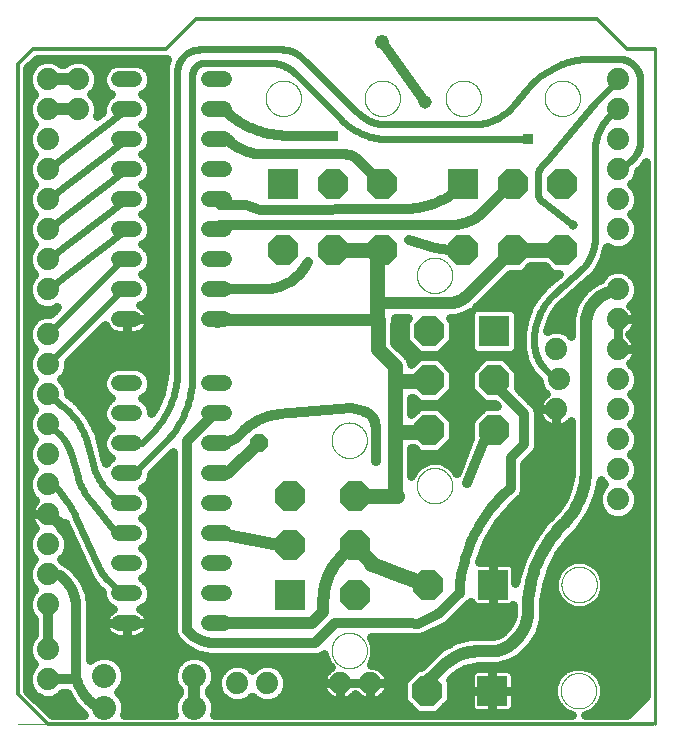
<source format=gtl>
G75*
%MOIN*%
%OFA0B0*%
%FSLAX25Y25*%
%IPPOS*%
%LPD*%
%AMOC8*
5,1,8,0,0,1.08239X$1,22.5*
%
%ADD10C,0.00000*%
%ADD11C,0.01000*%
%ADD12C,0.01200*%
%ADD13C,0.07400*%
%ADD14C,0.08000*%
%ADD15C,0.05200*%
%ADD16OC8,0.10000*%
%ADD17R,0.10000X0.10000*%
%ADD18C,0.02400*%
%ADD19C,0.03000*%
%ADD20C,0.04000*%
%ADD21R,0.03562X0.03562*%
%ADD22C,0.03200*%
%ADD23C,0.04800*%
%ADD24C,0.04500*%
%ADD25C,0.03169*%
%ADD26C,0.05600*%
%ADD27C,0.05000*%
%ADD28C,0.03562*%
%ADD29OC8,0.05906*%
%ADD30C,0.02200*%
D10*
X0005000Y0005000D02*
X0015000Y0005000D01*
X0208701Y0005000D01*
X0185959Y0016250D02*
X0185961Y0016403D01*
X0185967Y0016557D01*
X0185977Y0016710D01*
X0185991Y0016862D01*
X0186009Y0017015D01*
X0186031Y0017166D01*
X0186056Y0017317D01*
X0186086Y0017468D01*
X0186120Y0017618D01*
X0186157Y0017766D01*
X0186198Y0017914D01*
X0186243Y0018060D01*
X0186292Y0018206D01*
X0186345Y0018350D01*
X0186401Y0018492D01*
X0186461Y0018633D01*
X0186525Y0018773D01*
X0186592Y0018911D01*
X0186663Y0019047D01*
X0186738Y0019181D01*
X0186815Y0019313D01*
X0186897Y0019443D01*
X0186981Y0019571D01*
X0187069Y0019697D01*
X0187160Y0019820D01*
X0187254Y0019941D01*
X0187352Y0020059D01*
X0187452Y0020175D01*
X0187556Y0020288D01*
X0187662Y0020399D01*
X0187771Y0020507D01*
X0187883Y0020612D01*
X0187997Y0020713D01*
X0188115Y0020812D01*
X0188234Y0020908D01*
X0188356Y0021001D01*
X0188481Y0021090D01*
X0188608Y0021177D01*
X0188737Y0021259D01*
X0188868Y0021339D01*
X0189001Y0021415D01*
X0189136Y0021488D01*
X0189273Y0021557D01*
X0189412Y0021622D01*
X0189552Y0021684D01*
X0189694Y0021742D01*
X0189837Y0021797D01*
X0189982Y0021848D01*
X0190128Y0021895D01*
X0190275Y0021938D01*
X0190423Y0021977D01*
X0190572Y0022013D01*
X0190722Y0022044D01*
X0190873Y0022072D01*
X0191024Y0022096D01*
X0191177Y0022116D01*
X0191329Y0022132D01*
X0191482Y0022144D01*
X0191635Y0022152D01*
X0191788Y0022156D01*
X0191942Y0022156D01*
X0192095Y0022152D01*
X0192248Y0022144D01*
X0192401Y0022132D01*
X0192553Y0022116D01*
X0192706Y0022096D01*
X0192857Y0022072D01*
X0193008Y0022044D01*
X0193158Y0022013D01*
X0193307Y0021977D01*
X0193455Y0021938D01*
X0193602Y0021895D01*
X0193748Y0021848D01*
X0193893Y0021797D01*
X0194036Y0021742D01*
X0194178Y0021684D01*
X0194318Y0021622D01*
X0194457Y0021557D01*
X0194594Y0021488D01*
X0194729Y0021415D01*
X0194862Y0021339D01*
X0194993Y0021259D01*
X0195122Y0021177D01*
X0195249Y0021090D01*
X0195374Y0021001D01*
X0195496Y0020908D01*
X0195615Y0020812D01*
X0195733Y0020713D01*
X0195847Y0020612D01*
X0195959Y0020507D01*
X0196068Y0020399D01*
X0196174Y0020288D01*
X0196278Y0020175D01*
X0196378Y0020059D01*
X0196476Y0019941D01*
X0196570Y0019820D01*
X0196661Y0019697D01*
X0196749Y0019571D01*
X0196833Y0019443D01*
X0196915Y0019313D01*
X0196992Y0019181D01*
X0197067Y0019047D01*
X0197138Y0018911D01*
X0197205Y0018773D01*
X0197269Y0018633D01*
X0197329Y0018492D01*
X0197385Y0018350D01*
X0197438Y0018206D01*
X0197487Y0018060D01*
X0197532Y0017914D01*
X0197573Y0017766D01*
X0197610Y0017618D01*
X0197644Y0017468D01*
X0197674Y0017317D01*
X0197699Y0017166D01*
X0197721Y0017015D01*
X0197739Y0016862D01*
X0197753Y0016710D01*
X0197763Y0016557D01*
X0197769Y0016403D01*
X0197771Y0016250D01*
X0197769Y0016097D01*
X0197763Y0015943D01*
X0197753Y0015790D01*
X0197739Y0015638D01*
X0197721Y0015485D01*
X0197699Y0015334D01*
X0197674Y0015183D01*
X0197644Y0015032D01*
X0197610Y0014882D01*
X0197573Y0014734D01*
X0197532Y0014586D01*
X0197487Y0014440D01*
X0197438Y0014294D01*
X0197385Y0014150D01*
X0197329Y0014008D01*
X0197269Y0013867D01*
X0197205Y0013727D01*
X0197138Y0013589D01*
X0197067Y0013453D01*
X0196992Y0013319D01*
X0196915Y0013187D01*
X0196833Y0013057D01*
X0196749Y0012929D01*
X0196661Y0012803D01*
X0196570Y0012680D01*
X0196476Y0012559D01*
X0196378Y0012441D01*
X0196278Y0012325D01*
X0196174Y0012212D01*
X0196068Y0012101D01*
X0195959Y0011993D01*
X0195847Y0011888D01*
X0195733Y0011787D01*
X0195615Y0011688D01*
X0195496Y0011592D01*
X0195374Y0011499D01*
X0195249Y0011410D01*
X0195122Y0011323D01*
X0194993Y0011241D01*
X0194862Y0011161D01*
X0194729Y0011085D01*
X0194594Y0011012D01*
X0194457Y0010943D01*
X0194318Y0010878D01*
X0194178Y0010816D01*
X0194036Y0010758D01*
X0193893Y0010703D01*
X0193748Y0010652D01*
X0193602Y0010605D01*
X0193455Y0010562D01*
X0193307Y0010523D01*
X0193158Y0010487D01*
X0193008Y0010456D01*
X0192857Y0010428D01*
X0192706Y0010404D01*
X0192553Y0010384D01*
X0192401Y0010368D01*
X0192248Y0010356D01*
X0192095Y0010348D01*
X0191942Y0010344D01*
X0191788Y0010344D01*
X0191635Y0010348D01*
X0191482Y0010356D01*
X0191329Y0010368D01*
X0191177Y0010384D01*
X0191024Y0010404D01*
X0190873Y0010428D01*
X0190722Y0010456D01*
X0190572Y0010487D01*
X0190423Y0010523D01*
X0190275Y0010562D01*
X0190128Y0010605D01*
X0189982Y0010652D01*
X0189837Y0010703D01*
X0189694Y0010758D01*
X0189552Y0010816D01*
X0189412Y0010878D01*
X0189273Y0010943D01*
X0189136Y0011012D01*
X0189001Y0011085D01*
X0188868Y0011161D01*
X0188737Y0011241D01*
X0188608Y0011323D01*
X0188481Y0011410D01*
X0188356Y0011499D01*
X0188234Y0011592D01*
X0188115Y0011688D01*
X0187997Y0011787D01*
X0187883Y0011888D01*
X0187771Y0011993D01*
X0187662Y0012101D01*
X0187556Y0012212D01*
X0187452Y0012325D01*
X0187352Y0012441D01*
X0187254Y0012559D01*
X0187160Y0012680D01*
X0187069Y0012803D01*
X0186981Y0012929D01*
X0186897Y0013057D01*
X0186815Y0013187D01*
X0186738Y0013319D01*
X0186663Y0013453D01*
X0186592Y0013589D01*
X0186525Y0013727D01*
X0186461Y0013867D01*
X0186401Y0014008D01*
X0186345Y0014150D01*
X0186292Y0014294D01*
X0186243Y0014440D01*
X0186198Y0014586D01*
X0186157Y0014734D01*
X0186120Y0014882D01*
X0186086Y0015032D01*
X0186056Y0015183D01*
X0186031Y0015334D01*
X0186009Y0015485D01*
X0185991Y0015638D01*
X0185977Y0015790D01*
X0185967Y0015943D01*
X0185961Y0016097D01*
X0185959Y0016250D01*
X0186196Y0051638D02*
X0186198Y0051791D01*
X0186204Y0051945D01*
X0186214Y0052098D01*
X0186228Y0052250D01*
X0186246Y0052403D01*
X0186268Y0052554D01*
X0186293Y0052705D01*
X0186323Y0052856D01*
X0186357Y0053006D01*
X0186394Y0053154D01*
X0186435Y0053302D01*
X0186480Y0053448D01*
X0186529Y0053594D01*
X0186582Y0053738D01*
X0186638Y0053880D01*
X0186698Y0054021D01*
X0186762Y0054161D01*
X0186829Y0054299D01*
X0186900Y0054435D01*
X0186975Y0054569D01*
X0187052Y0054701D01*
X0187134Y0054831D01*
X0187218Y0054959D01*
X0187306Y0055085D01*
X0187397Y0055208D01*
X0187491Y0055329D01*
X0187589Y0055447D01*
X0187689Y0055563D01*
X0187793Y0055676D01*
X0187899Y0055787D01*
X0188008Y0055895D01*
X0188120Y0056000D01*
X0188234Y0056101D01*
X0188352Y0056200D01*
X0188471Y0056296D01*
X0188593Y0056389D01*
X0188718Y0056478D01*
X0188845Y0056565D01*
X0188974Y0056647D01*
X0189105Y0056727D01*
X0189238Y0056803D01*
X0189373Y0056876D01*
X0189510Y0056945D01*
X0189649Y0057010D01*
X0189789Y0057072D01*
X0189931Y0057130D01*
X0190074Y0057185D01*
X0190219Y0057236D01*
X0190365Y0057283D01*
X0190512Y0057326D01*
X0190660Y0057365D01*
X0190809Y0057401D01*
X0190959Y0057432D01*
X0191110Y0057460D01*
X0191261Y0057484D01*
X0191414Y0057504D01*
X0191566Y0057520D01*
X0191719Y0057532D01*
X0191872Y0057540D01*
X0192025Y0057544D01*
X0192179Y0057544D01*
X0192332Y0057540D01*
X0192485Y0057532D01*
X0192638Y0057520D01*
X0192790Y0057504D01*
X0192943Y0057484D01*
X0193094Y0057460D01*
X0193245Y0057432D01*
X0193395Y0057401D01*
X0193544Y0057365D01*
X0193692Y0057326D01*
X0193839Y0057283D01*
X0193985Y0057236D01*
X0194130Y0057185D01*
X0194273Y0057130D01*
X0194415Y0057072D01*
X0194555Y0057010D01*
X0194694Y0056945D01*
X0194831Y0056876D01*
X0194966Y0056803D01*
X0195099Y0056727D01*
X0195230Y0056647D01*
X0195359Y0056565D01*
X0195486Y0056478D01*
X0195611Y0056389D01*
X0195733Y0056296D01*
X0195852Y0056200D01*
X0195970Y0056101D01*
X0196084Y0056000D01*
X0196196Y0055895D01*
X0196305Y0055787D01*
X0196411Y0055676D01*
X0196515Y0055563D01*
X0196615Y0055447D01*
X0196713Y0055329D01*
X0196807Y0055208D01*
X0196898Y0055085D01*
X0196986Y0054959D01*
X0197070Y0054831D01*
X0197152Y0054701D01*
X0197229Y0054569D01*
X0197304Y0054435D01*
X0197375Y0054299D01*
X0197442Y0054161D01*
X0197506Y0054021D01*
X0197566Y0053880D01*
X0197622Y0053738D01*
X0197675Y0053594D01*
X0197724Y0053448D01*
X0197769Y0053302D01*
X0197810Y0053154D01*
X0197847Y0053006D01*
X0197881Y0052856D01*
X0197911Y0052705D01*
X0197936Y0052554D01*
X0197958Y0052403D01*
X0197976Y0052250D01*
X0197990Y0052098D01*
X0198000Y0051945D01*
X0198006Y0051791D01*
X0198008Y0051638D01*
X0198006Y0051485D01*
X0198000Y0051331D01*
X0197990Y0051178D01*
X0197976Y0051026D01*
X0197958Y0050873D01*
X0197936Y0050722D01*
X0197911Y0050571D01*
X0197881Y0050420D01*
X0197847Y0050270D01*
X0197810Y0050122D01*
X0197769Y0049974D01*
X0197724Y0049828D01*
X0197675Y0049682D01*
X0197622Y0049538D01*
X0197566Y0049396D01*
X0197506Y0049255D01*
X0197442Y0049115D01*
X0197375Y0048977D01*
X0197304Y0048841D01*
X0197229Y0048707D01*
X0197152Y0048575D01*
X0197070Y0048445D01*
X0196986Y0048317D01*
X0196898Y0048191D01*
X0196807Y0048068D01*
X0196713Y0047947D01*
X0196615Y0047829D01*
X0196515Y0047713D01*
X0196411Y0047600D01*
X0196305Y0047489D01*
X0196196Y0047381D01*
X0196084Y0047276D01*
X0195970Y0047175D01*
X0195852Y0047076D01*
X0195733Y0046980D01*
X0195611Y0046887D01*
X0195486Y0046798D01*
X0195359Y0046711D01*
X0195230Y0046629D01*
X0195099Y0046549D01*
X0194966Y0046473D01*
X0194831Y0046400D01*
X0194694Y0046331D01*
X0194555Y0046266D01*
X0194415Y0046204D01*
X0194273Y0046146D01*
X0194130Y0046091D01*
X0193985Y0046040D01*
X0193839Y0045993D01*
X0193692Y0045950D01*
X0193544Y0045911D01*
X0193395Y0045875D01*
X0193245Y0045844D01*
X0193094Y0045816D01*
X0192943Y0045792D01*
X0192790Y0045772D01*
X0192638Y0045756D01*
X0192485Y0045744D01*
X0192332Y0045736D01*
X0192179Y0045732D01*
X0192025Y0045732D01*
X0191872Y0045736D01*
X0191719Y0045744D01*
X0191566Y0045756D01*
X0191414Y0045772D01*
X0191261Y0045792D01*
X0191110Y0045816D01*
X0190959Y0045844D01*
X0190809Y0045875D01*
X0190660Y0045911D01*
X0190512Y0045950D01*
X0190365Y0045993D01*
X0190219Y0046040D01*
X0190074Y0046091D01*
X0189931Y0046146D01*
X0189789Y0046204D01*
X0189649Y0046266D01*
X0189510Y0046331D01*
X0189373Y0046400D01*
X0189238Y0046473D01*
X0189105Y0046549D01*
X0188974Y0046629D01*
X0188845Y0046711D01*
X0188718Y0046798D01*
X0188593Y0046887D01*
X0188471Y0046980D01*
X0188352Y0047076D01*
X0188234Y0047175D01*
X0188120Y0047276D01*
X0188008Y0047381D01*
X0187899Y0047489D01*
X0187793Y0047600D01*
X0187689Y0047713D01*
X0187589Y0047829D01*
X0187491Y0047947D01*
X0187397Y0048068D01*
X0187306Y0048191D01*
X0187218Y0048317D01*
X0187134Y0048445D01*
X0187052Y0048575D01*
X0186975Y0048707D01*
X0186900Y0048841D01*
X0186829Y0048977D01*
X0186762Y0049115D01*
X0186698Y0049255D01*
X0186638Y0049396D01*
X0186582Y0049538D01*
X0186529Y0049682D01*
X0186480Y0049828D01*
X0186435Y0049974D01*
X0186394Y0050122D01*
X0186357Y0050270D01*
X0186323Y0050420D01*
X0186293Y0050571D01*
X0186268Y0050722D01*
X0186246Y0050873D01*
X0186228Y0051026D01*
X0186214Y0051178D01*
X0186204Y0051331D01*
X0186198Y0051485D01*
X0186196Y0051638D01*
X0138001Y0084621D02*
X0138003Y0084774D01*
X0138009Y0084928D01*
X0138019Y0085081D01*
X0138033Y0085233D01*
X0138051Y0085386D01*
X0138073Y0085537D01*
X0138098Y0085688D01*
X0138128Y0085839D01*
X0138162Y0085989D01*
X0138199Y0086137D01*
X0138240Y0086285D01*
X0138285Y0086431D01*
X0138334Y0086577D01*
X0138387Y0086721D01*
X0138443Y0086863D01*
X0138503Y0087004D01*
X0138567Y0087144D01*
X0138634Y0087282D01*
X0138705Y0087418D01*
X0138780Y0087552D01*
X0138857Y0087684D01*
X0138939Y0087814D01*
X0139023Y0087942D01*
X0139111Y0088068D01*
X0139202Y0088191D01*
X0139296Y0088312D01*
X0139394Y0088430D01*
X0139494Y0088546D01*
X0139598Y0088659D01*
X0139704Y0088770D01*
X0139813Y0088878D01*
X0139925Y0088983D01*
X0140039Y0089084D01*
X0140157Y0089183D01*
X0140276Y0089279D01*
X0140398Y0089372D01*
X0140523Y0089461D01*
X0140650Y0089548D01*
X0140779Y0089630D01*
X0140910Y0089710D01*
X0141043Y0089786D01*
X0141178Y0089859D01*
X0141315Y0089928D01*
X0141454Y0089993D01*
X0141594Y0090055D01*
X0141736Y0090113D01*
X0141879Y0090168D01*
X0142024Y0090219D01*
X0142170Y0090266D01*
X0142317Y0090309D01*
X0142465Y0090348D01*
X0142614Y0090384D01*
X0142764Y0090415D01*
X0142915Y0090443D01*
X0143066Y0090467D01*
X0143219Y0090487D01*
X0143371Y0090503D01*
X0143524Y0090515D01*
X0143677Y0090523D01*
X0143830Y0090527D01*
X0143984Y0090527D01*
X0144137Y0090523D01*
X0144290Y0090515D01*
X0144443Y0090503D01*
X0144595Y0090487D01*
X0144748Y0090467D01*
X0144899Y0090443D01*
X0145050Y0090415D01*
X0145200Y0090384D01*
X0145349Y0090348D01*
X0145497Y0090309D01*
X0145644Y0090266D01*
X0145790Y0090219D01*
X0145935Y0090168D01*
X0146078Y0090113D01*
X0146220Y0090055D01*
X0146360Y0089993D01*
X0146499Y0089928D01*
X0146636Y0089859D01*
X0146771Y0089786D01*
X0146904Y0089710D01*
X0147035Y0089630D01*
X0147164Y0089548D01*
X0147291Y0089461D01*
X0147416Y0089372D01*
X0147538Y0089279D01*
X0147657Y0089183D01*
X0147775Y0089084D01*
X0147889Y0088983D01*
X0148001Y0088878D01*
X0148110Y0088770D01*
X0148216Y0088659D01*
X0148320Y0088546D01*
X0148420Y0088430D01*
X0148518Y0088312D01*
X0148612Y0088191D01*
X0148703Y0088068D01*
X0148791Y0087942D01*
X0148875Y0087814D01*
X0148957Y0087684D01*
X0149034Y0087552D01*
X0149109Y0087418D01*
X0149180Y0087282D01*
X0149247Y0087144D01*
X0149311Y0087004D01*
X0149371Y0086863D01*
X0149427Y0086721D01*
X0149480Y0086577D01*
X0149529Y0086431D01*
X0149574Y0086285D01*
X0149615Y0086137D01*
X0149652Y0085989D01*
X0149686Y0085839D01*
X0149716Y0085688D01*
X0149741Y0085537D01*
X0149763Y0085386D01*
X0149781Y0085233D01*
X0149795Y0085081D01*
X0149805Y0084928D01*
X0149811Y0084774D01*
X0149813Y0084621D01*
X0149811Y0084468D01*
X0149805Y0084314D01*
X0149795Y0084161D01*
X0149781Y0084009D01*
X0149763Y0083856D01*
X0149741Y0083705D01*
X0149716Y0083554D01*
X0149686Y0083403D01*
X0149652Y0083253D01*
X0149615Y0083105D01*
X0149574Y0082957D01*
X0149529Y0082811D01*
X0149480Y0082665D01*
X0149427Y0082521D01*
X0149371Y0082379D01*
X0149311Y0082238D01*
X0149247Y0082098D01*
X0149180Y0081960D01*
X0149109Y0081824D01*
X0149034Y0081690D01*
X0148957Y0081558D01*
X0148875Y0081428D01*
X0148791Y0081300D01*
X0148703Y0081174D01*
X0148612Y0081051D01*
X0148518Y0080930D01*
X0148420Y0080812D01*
X0148320Y0080696D01*
X0148216Y0080583D01*
X0148110Y0080472D01*
X0148001Y0080364D01*
X0147889Y0080259D01*
X0147775Y0080158D01*
X0147657Y0080059D01*
X0147538Y0079963D01*
X0147416Y0079870D01*
X0147291Y0079781D01*
X0147164Y0079694D01*
X0147035Y0079612D01*
X0146904Y0079532D01*
X0146771Y0079456D01*
X0146636Y0079383D01*
X0146499Y0079314D01*
X0146360Y0079249D01*
X0146220Y0079187D01*
X0146078Y0079129D01*
X0145935Y0079074D01*
X0145790Y0079023D01*
X0145644Y0078976D01*
X0145497Y0078933D01*
X0145349Y0078894D01*
X0145200Y0078858D01*
X0145050Y0078827D01*
X0144899Y0078799D01*
X0144748Y0078775D01*
X0144595Y0078755D01*
X0144443Y0078739D01*
X0144290Y0078727D01*
X0144137Y0078719D01*
X0143984Y0078715D01*
X0143830Y0078715D01*
X0143677Y0078719D01*
X0143524Y0078727D01*
X0143371Y0078739D01*
X0143219Y0078755D01*
X0143066Y0078775D01*
X0142915Y0078799D01*
X0142764Y0078827D01*
X0142614Y0078858D01*
X0142465Y0078894D01*
X0142317Y0078933D01*
X0142170Y0078976D01*
X0142024Y0079023D01*
X0141879Y0079074D01*
X0141736Y0079129D01*
X0141594Y0079187D01*
X0141454Y0079249D01*
X0141315Y0079314D01*
X0141178Y0079383D01*
X0141043Y0079456D01*
X0140910Y0079532D01*
X0140779Y0079612D01*
X0140650Y0079694D01*
X0140523Y0079781D01*
X0140398Y0079870D01*
X0140276Y0079963D01*
X0140157Y0080059D01*
X0140039Y0080158D01*
X0139925Y0080259D01*
X0139813Y0080364D01*
X0139704Y0080472D01*
X0139598Y0080583D01*
X0139494Y0080696D01*
X0139394Y0080812D01*
X0139296Y0080930D01*
X0139202Y0081051D01*
X0139111Y0081174D01*
X0139023Y0081300D01*
X0138939Y0081428D01*
X0138857Y0081558D01*
X0138780Y0081690D01*
X0138705Y0081824D01*
X0138634Y0081960D01*
X0138567Y0082098D01*
X0138503Y0082238D01*
X0138443Y0082379D01*
X0138387Y0082521D01*
X0138334Y0082665D01*
X0138285Y0082811D01*
X0138240Y0082957D01*
X0138199Y0083105D01*
X0138162Y0083253D01*
X0138128Y0083403D01*
X0138098Y0083554D01*
X0138073Y0083705D01*
X0138051Y0083856D01*
X0138033Y0084009D01*
X0138019Y0084161D01*
X0138009Y0084314D01*
X0138003Y0084468D01*
X0138001Y0084621D01*
X0109562Y0099754D02*
X0109564Y0099907D01*
X0109570Y0100061D01*
X0109580Y0100214D01*
X0109594Y0100366D01*
X0109612Y0100519D01*
X0109634Y0100670D01*
X0109659Y0100821D01*
X0109689Y0100972D01*
X0109723Y0101122D01*
X0109760Y0101270D01*
X0109801Y0101418D01*
X0109846Y0101564D01*
X0109895Y0101710D01*
X0109948Y0101854D01*
X0110004Y0101996D01*
X0110064Y0102137D01*
X0110128Y0102277D01*
X0110195Y0102415D01*
X0110266Y0102551D01*
X0110341Y0102685D01*
X0110418Y0102817D01*
X0110500Y0102947D01*
X0110584Y0103075D01*
X0110672Y0103201D01*
X0110763Y0103324D01*
X0110857Y0103445D01*
X0110955Y0103563D01*
X0111055Y0103679D01*
X0111159Y0103792D01*
X0111265Y0103903D01*
X0111374Y0104011D01*
X0111486Y0104116D01*
X0111600Y0104217D01*
X0111718Y0104316D01*
X0111837Y0104412D01*
X0111959Y0104505D01*
X0112084Y0104594D01*
X0112211Y0104681D01*
X0112340Y0104763D01*
X0112471Y0104843D01*
X0112604Y0104919D01*
X0112739Y0104992D01*
X0112876Y0105061D01*
X0113015Y0105126D01*
X0113155Y0105188D01*
X0113297Y0105246D01*
X0113440Y0105301D01*
X0113585Y0105352D01*
X0113731Y0105399D01*
X0113878Y0105442D01*
X0114026Y0105481D01*
X0114175Y0105517D01*
X0114325Y0105548D01*
X0114476Y0105576D01*
X0114627Y0105600D01*
X0114780Y0105620D01*
X0114932Y0105636D01*
X0115085Y0105648D01*
X0115238Y0105656D01*
X0115391Y0105660D01*
X0115545Y0105660D01*
X0115698Y0105656D01*
X0115851Y0105648D01*
X0116004Y0105636D01*
X0116156Y0105620D01*
X0116309Y0105600D01*
X0116460Y0105576D01*
X0116611Y0105548D01*
X0116761Y0105517D01*
X0116910Y0105481D01*
X0117058Y0105442D01*
X0117205Y0105399D01*
X0117351Y0105352D01*
X0117496Y0105301D01*
X0117639Y0105246D01*
X0117781Y0105188D01*
X0117921Y0105126D01*
X0118060Y0105061D01*
X0118197Y0104992D01*
X0118332Y0104919D01*
X0118465Y0104843D01*
X0118596Y0104763D01*
X0118725Y0104681D01*
X0118852Y0104594D01*
X0118977Y0104505D01*
X0119099Y0104412D01*
X0119218Y0104316D01*
X0119336Y0104217D01*
X0119450Y0104116D01*
X0119562Y0104011D01*
X0119671Y0103903D01*
X0119777Y0103792D01*
X0119881Y0103679D01*
X0119981Y0103563D01*
X0120079Y0103445D01*
X0120173Y0103324D01*
X0120264Y0103201D01*
X0120352Y0103075D01*
X0120436Y0102947D01*
X0120518Y0102817D01*
X0120595Y0102685D01*
X0120670Y0102551D01*
X0120741Y0102415D01*
X0120808Y0102277D01*
X0120872Y0102137D01*
X0120932Y0101996D01*
X0120988Y0101854D01*
X0121041Y0101710D01*
X0121090Y0101564D01*
X0121135Y0101418D01*
X0121176Y0101270D01*
X0121213Y0101122D01*
X0121247Y0100972D01*
X0121277Y0100821D01*
X0121302Y0100670D01*
X0121324Y0100519D01*
X0121342Y0100366D01*
X0121356Y0100214D01*
X0121366Y0100061D01*
X0121372Y0099907D01*
X0121374Y0099754D01*
X0121372Y0099601D01*
X0121366Y0099447D01*
X0121356Y0099294D01*
X0121342Y0099142D01*
X0121324Y0098989D01*
X0121302Y0098838D01*
X0121277Y0098687D01*
X0121247Y0098536D01*
X0121213Y0098386D01*
X0121176Y0098238D01*
X0121135Y0098090D01*
X0121090Y0097944D01*
X0121041Y0097798D01*
X0120988Y0097654D01*
X0120932Y0097512D01*
X0120872Y0097371D01*
X0120808Y0097231D01*
X0120741Y0097093D01*
X0120670Y0096957D01*
X0120595Y0096823D01*
X0120518Y0096691D01*
X0120436Y0096561D01*
X0120352Y0096433D01*
X0120264Y0096307D01*
X0120173Y0096184D01*
X0120079Y0096063D01*
X0119981Y0095945D01*
X0119881Y0095829D01*
X0119777Y0095716D01*
X0119671Y0095605D01*
X0119562Y0095497D01*
X0119450Y0095392D01*
X0119336Y0095291D01*
X0119218Y0095192D01*
X0119099Y0095096D01*
X0118977Y0095003D01*
X0118852Y0094914D01*
X0118725Y0094827D01*
X0118596Y0094745D01*
X0118465Y0094665D01*
X0118332Y0094589D01*
X0118197Y0094516D01*
X0118060Y0094447D01*
X0117921Y0094382D01*
X0117781Y0094320D01*
X0117639Y0094262D01*
X0117496Y0094207D01*
X0117351Y0094156D01*
X0117205Y0094109D01*
X0117058Y0094066D01*
X0116910Y0094027D01*
X0116761Y0093991D01*
X0116611Y0093960D01*
X0116460Y0093932D01*
X0116309Y0093908D01*
X0116156Y0093888D01*
X0116004Y0093872D01*
X0115851Y0093860D01*
X0115698Y0093852D01*
X0115545Y0093848D01*
X0115391Y0093848D01*
X0115238Y0093852D01*
X0115085Y0093860D01*
X0114932Y0093872D01*
X0114780Y0093888D01*
X0114627Y0093908D01*
X0114476Y0093932D01*
X0114325Y0093960D01*
X0114175Y0093991D01*
X0114026Y0094027D01*
X0113878Y0094066D01*
X0113731Y0094109D01*
X0113585Y0094156D01*
X0113440Y0094207D01*
X0113297Y0094262D01*
X0113155Y0094320D01*
X0113015Y0094382D01*
X0112876Y0094447D01*
X0112739Y0094516D01*
X0112604Y0094589D01*
X0112471Y0094665D01*
X0112340Y0094745D01*
X0112211Y0094827D01*
X0112084Y0094914D01*
X0111959Y0095003D01*
X0111837Y0095096D01*
X0111718Y0095192D01*
X0111600Y0095291D01*
X0111486Y0095392D01*
X0111374Y0095497D01*
X0111265Y0095605D01*
X0111159Y0095716D01*
X0111055Y0095829D01*
X0110955Y0095945D01*
X0110857Y0096063D01*
X0110763Y0096184D01*
X0110672Y0096307D01*
X0110584Y0096433D01*
X0110500Y0096561D01*
X0110418Y0096691D01*
X0110341Y0096823D01*
X0110266Y0096957D01*
X0110195Y0097093D01*
X0110128Y0097231D01*
X0110064Y0097371D01*
X0110004Y0097512D01*
X0109948Y0097654D01*
X0109895Y0097798D01*
X0109846Y0097944D01*
X0109801Y0098090D01*
X0109760Y0098238D01*
X0109723Y0098386D01*
X0109689Y0098536D01*
X0109659Y0098687D01*
X0109634Y0098838D01*
X0109612Y0098989D01*
X0109594Y0099142D01*
X0109580Y0099294D01*
X0109570Y0099447D01*
X0109564Y0099601D01*
X0109562Y0099754D01*
X0138001Y0154700D02*
X0138003Y0154853D01*
X0138009Y0155007D01*
X0138019Y0155160D01*
X0138033Y0155312D01*
X0138051Y0155465D01*
X0138073Y0155616D01*
X0138098Y0155767D01*
X0138128Y0155918D01*
X0138162Y0156068D01*
X0138199Y0156216D01*
X0138240Y0156364D01*
X0138285Y0156510D01*
X0138334Y0156656D01*
X0138387Y0156800D01*
X0138443Y0156942D01*
X0138503Y0157083D01*
X0138567Y0157223D01*
X0138634Y0157361D01*
X0138705Y0157497D01*
X0138780Y0157631D01*
X0138857Y0157763D01*
X0138939Y0157893D01*
X0139023Y0158021D01*
X0139111Y0158147D01*
X0139202Y0158270D01*
X0139296Y0158391D01*
X0139394Y0158509D01*
X0139494Y0158625D01*
X0139598Y0158738D01*
X0139704Y0158849D01*
X0139813Y0158957D01*
X0139925Y0159062D01*
X0140039Y0159163D01*
X0140157Y0159262D01*
X0140276Y0159358D01*
X0140398Y0159451D01*
X0140523Y0159540D01*
X0140650Y0159627D01*
X0140779Y0159709D01*
X0140910Y0159789D01*
X0141043Y0159865D01*
X0141178Y0159938D01*
X0141315Y0160007D01*
X0141454Y0160072D01*
X0141594Y0160134D01*
X0141736Y0160192D01*
X0141879Y0160247D01*
X0142024Y0160298D01*
X0142170Y0160345D01*
X0142317Y0160388D01*
X0142465Y0160427D01*
X0142614Y0160463D01*
X0142764Y0160494D01*
X0142915Y0160522D01*
X0143066Y0160546D01*
X0143219Y0160566D01*
X0143371Y0160582D01*
X0143524Y0160594D01*
X0143677Y0160602D01*
X0143830Y0160606D01*
X0143984Y0160606D01*
X0144137Y0160602D01*
X0144290Y0160594D01*
X0144443Y0160582D01*
X0144595Y0160566D01*
X0144748Y0160546D01*
X0144899Y0160522D01*
X0145050Y0160494D01*
X0145200Y0160463D01*
X0145349Y0160427D01*
X0145497Y0160388D01*
X0145644Y0160345D01*
X0145790Y0160298D01*
X0145935Y0160247D01*
X0146078Y0160192D01*
X0146220Y0160134D01*
X0146360Y0160072D01*
X0146499Y0160007D01*
X0146636Y0159938D01*
X0146771Y0159865D01*
X0146904Y0159789D01*
X0147035Y0159709D01*
X0147164Y0159627D01*
X0147291Y0159540D01*
X0147416Y0159451D01*
X0147538Y0159358D01*
X0147657Y0159262D01*
X0147775Y0159163D01*
X0147889Y0159062D01*
X0148001Y0158957D01*
X0148110Y0158849D01*
X0148216Y0158738D01*
X0148320Y0158625D01*
X0148420Y0158509D01*
X0148518Y0158391D01*
X0148612Y0158270D01*
X0148703Y0158147D01*
X0148791Y0158021D01*
X0148875Y0157893D01*
X0148957Y0157763D01*
X0149034Y0157631D01*
X0149109Y0157497D01*
X0149180Y0157361D01*
X0149247Y0157223D01*
X0149311Y0157083D01*
X0149371Y0156942D01*
X0149427Y0156800D01*
X0149480Y0156656D01*
X0149529Y0156510D01*
X0149574Y0156364D01*
X0149615Y0156216D01*
X0149652Y0156068D01*
X0149686Y0155918D01*
X0149716Y0155767D01*
X0149741Y0155616D01*
X0149763Y0155465D01*
X0149781Y0155312D01*
X0149795Y0155160D01*
X0149805Y0155007D01*
X0149811Y0154853D01*
X0149813Y0154700D01*
X0149811Y0154547D01*
X0149805Y0154393D01*
X0149795Y0154240D01*
X0149781Y0154088D01*
X0149763Y0153935D01*
X0149741Y0153784D01*
X0149716Y0153633D01*
X0149686Y0153482D01*
X0149652Y0153332D01*
X0149615Y0153184D01*
X0149574Y0153036D01*
X0149529Y0152890D01*
X0149480Y0152744D01*
X0149427Y0152600D01*
X0149371Y0152458D01*
X0149311Y0152317D01*
X0149247Y0152177D01*
X0149180Y0152039D01*
X0149109Y0151903D01*
X0149034Y0151769D01*
X0148957Y0151637D01*
X0148875Y0151507D01*
X0148791Y0151379D01*
X0148703Y0151253D01*
X0148612Y0151130D01*
X0148518Y0151009D01*
X0148420Y0150891D01*
X0148320Y0150775D01*
X0148216Y0150662D01*
X0148110Y0150551D01*
X0148001Y0150443D01*
X0147889Y0150338D01*
X0147775Y0150237D01*
X0147657Y0150138D01*
X0147538Y0150042D01*
X0147416Y0149949D01*
X0147291Y0149860D01*
X0147164Y0149773D01*
X0147035Y0149691D01*
X0146904Y0149611D01*
X0146771Y0149535D01*
X0146636Y0149462D01*
X0146499Y0149393D01*
X0146360Y0149328D01*
X0146220Y0149266D01*
X0146078Y0149208D01*
X0145935Y0149153D01*
X0145790Y0149102D01*
X0145644Y0149055D01*
X0145497Y0149012D01*
X0145349Y0148973D01*
X0145200Y0148937D01*
X0145050Y0148906D01*
X0144899Y0148878D01*
X0144748Y0148854D01*
X0144595Y0148834D01*
X0144443Y0148818D01*
X0144290Y0148806D01*
X0144137Y0148798D01*
X0143984Y0148794D01*
X0143830Y0148794D01*
X0143677Y0148798D01*
X0143524Y0148806D01*
X0143371Y0148818D01*
X0143219Y0148834D01*
X0143066Y0148854D01*
X0142915Y0148878D01*
X0142764Y0148906D01*
X0142614Y0148937D01*
X0142465Y0148973D01*
X0142317Y0149012D01*
X0142170Y0149055D01*
X0142024Y0149102D01*
X0141879Y0149153D01*
X0141736Y0149208D01*
X0141594Y0149266D01*
X0141454Y0149328D01*
X0141315Y0149393D01*
X0141178Y0149462D01*
X0141043Y0149535D01*
X0140910Y0149611D01*
X0140779Y0149691D01*
X0140650Y0149773D01*
X0140523Y0149860D01*
X0140398Y0149949D01*
X0140276Y0150042D01*
X0140157Y0150138D01*
X0140039Y0150237D01*
X0139925Y0150338D01*
X0139813Y0150443D01*
X0139704Y0150551D01*
X0139598Y0150662D01*
X0139494Y0150775D01*
X0139394Y0150891D01*
X0139296Y0151009D01*
X0139202Y0151130D01*
X0139111Y0151253D01*
X0139023Y0151379D01*
X0138939Y0151507D01*
X0138857Y0151637D01*
X0138780Y0151769D01*
X0138705Y0151903D01*
X0138634Y0152039D01*
X0138567Y0152177D01*
X0138503Y0152317D01*
X0138443Y0152458D01*
X0138387Y0152600D01*
X0138334Y0152744D01*
X0138285Y0152890D01*
X0138240Y0153036D01*
X0138199Y0153184D01*
X0138162Y0153332D01*
X0138128Y0153482D01*
X0138098Y0153633D01*
X0138073Y0153784D01*
X0138051Y0153935D01*
X0138033Y0154088D01*
X0138019Y0154240D01*
X0138009Y0154393D01*
X0138003Y0154547D01*
X0138001Y0154700D01*
X0120594Y0213740D02*
X0120596Y0213893D01*
X0120602Y0214047D01*
X0120612Y0214200D01*
X0120626Y0214352D01*
X0120644Y0214505D01*
X0120666Y0214656D01*
X0120691Y0214807D01*
X0120721Y0214958D01*
X0120755Y0215108D01*
X0120792Y0215256D01*
X0120833Y0215404D01*
X0120878Y0215550D01*
X0120927Y0215696D01*
X0120980Y0215840D01*
X0121036Y0215982D01*
X0121096Y0216123D01*
X0121160Y0216263D01*
X0121227Y0216401D01*
X0121298Y0216537D01*
X0121373Y0216671D01*
X0121450Y0216803D01*
X0121532Y0216933D01*
X0121616Y0217061D01*
X0121704Y0217187D01*
X0121795Y0217310D01*
X0121889Y0217431D01*
X0121987Y0217549D01*
X0122087Y0217665D01*
X0122191Y0217778D01*
X0122297Y0217889D01*
X0122406Y0217997D01*
X0122518Y0218102D01*
X0122632Y0218203D01*
X0122750Y0218302D01*
X0122869Y0218398D01*
X0122991Y0218491D01*
X0123116Y0218580D01*
X0123243Y0218667D01*
X0123372Y0218749D01*
X0123503Y0218829D01*
X0123636Y0218905D01*
X0123771Y0218978D01*
X0123908Y0219047D01*
X0124047Y0219112D01*
X0124187Y0219174D01*
X0124329Y0219232D01*
X0124472Y0219287D01*
X0124617Y0219338D01*
X0124763Y0219385D01*
X0124910Y0219428D01*
X0125058Y0219467D01*
X0125207Y0219503D01*
X0125357Y0219534D01*
X0125508Y0219562D01*
X0125659Y0219586D01*
X0125812Y0219606D01*
X0125964Y0219622D01*
X0126117Y0219634D01*
X0126270Y0219642D01*
X0126423Y0219646D01*
X0126577Y0219646D01*
X0126730Y0219642D01*
X0126883Y0219634D01*
X0127036Y0219622D01*
X0127188Y0219606D01*
X0127341Y0219586D01*
X0127492Y0219562D01*
X0127643Y0219534D01*
X0127793Y0219503D01*
X0127942Y0219467D01*
X0128090Y0219428D01*
X0128237Y0219385D01*
X0128383Y0219338D01*
X0128528Y0219287D01*
X0128671Y0219232D01*
X0128813Y0219174D01*
X0128953Y0219112D01*
X0129092Y0219047D01*
X0129229Y0218978D01*
X0129364Y0218905D01*
X0129497Y0218829D01*
X0129628Y0218749D01*
X0129757Y0218667D01*
X0129884Y0218580D01*
X0130009Y0218491D01*
X0130131Y0218398D01*
X0130250Y0218302D01*
X0130368Y0218203D01*
X0130482Y0218102D01*
X0130594Y0217997D01*
X0130703Y0217889D01*
X0130809Y0217778D01*
X0130913Y0217665D01*
X0131013Y0217549D01*
X0131111Y0217431D01*
X0131205Y0217310D01*
X0131296Y0217187D01*
X0131384Y0217061D01*
X0131468Y0216933D01*
X0131550Y0216803D01*
X0131627Y0216671D01*
X0131702Y0216537D01*
X0131773Y0216401D01*
X0131840Y0216263D01*
X0131904Y0216123D01*
X0131964Y0215982D01*
X0132020Y0215840D01*
X0132073Y0215696D01*
X0132122Y0215550D01*
X0132167Y0215404D01*
X0132208Y0215256D01*
X0132245Y0215108D01*
X0132279Y0214958D01*
X0132309Y0214807D01*
X0132334Y0214656D01*
X0132356Y0214505D01*
X0132374Y0214352D01*
X0132388Y0214200D01*
X0132398Y0214047D01*
X0132404Y0213893D01*
X0132406Y0213740D01*
X0132404Y0213587D01*
X0132398Y0213433D01*
X0132388Y0213280D01*
X0132374Y0213128D01*
X0132356Y0212975D01*
X0132334Y0212824D01*
X0132309Y0212673D01*
X0132279Y0212522D01*
X0132245Y0212372D01*
X0132208Y0212224D01*
X0132167Y0212076D01*
X0132122Y0211930D01*
X0132073Y0211784D01*
X0132020Y0211640D01*
X0131964Y0211498D01*
X0131904Y0211357D01*
X0131840Y0211217D01*
X0131773Y0211079D01*
X0131702Y0210943D01*
X0131627Y0210809D01*
X0131550Y0210677D01*
X0131468Y0210547D01*
X0131384Y0210419D01*
X0131296Y0210293D01*
X0131205Y0210170D01*
X0131111Y0210049D01*
X0131013Y0209931D01*
X0130913Y0209815D01*
X0130809Y0209702D01*
X0130703Y0209591D01*
X0130594Y0209483D01*
X0130482Y0209378D01*
X0130368Y0209277D01*
X0130250Y0209178D01*
X0130131Y0209082D01*
X0130009Y0208989D01*
X0129884Y0208900D01*
X0129757Y0208813D01*
X0129628Y0208731D01*
X0129497Y0208651D01*
X0129364Y0208575D01*
X0129229Y0208502D01*
X0129092Y0208433D01*
X0128953Y0208368D01*
X0128813Y0208306D01*
X0128671Y0208248D01*
X0128528Y0208193D01*
X0128383Y0208142D01*
X0128237Y0208095D01*
X0128090Y0208052D01*
X0127942Y0208013D01*
X0127793Y0207977D01*
X0127643Y0207946D01*
X0127492Y0207918D01*
X0127341Y0207894D01*
X0127188Y0207874D01*
X0127036Y0207858D01*
X0126883Y0207846D01*
X0126730Y0207838D01*
X0126577Y0207834D01*
X0126423Y0207834D01*
X0126270Y0207838D01*
X0126117Y0207846D01*
X0125964Y0207858D01*
X0125812Y0207874D01*
X0125659Y0207894D01*
X0125508Y0207918D01*
X0125357Y0207946D01*
X0125207Y0207977D01*
X0125058Y0208013D01*
X0124910Y0208052D01*
X0124763Y0208095D01*
X0124617Y0208142D01*
X0124472Y0208193D01*
X0124329Y0208248D01*
X0124187Y0208306D01*
X0124047Y0208368D01*
X0123908Y0208433D01*
X0123771Y0208502D01*
X0123636Y0208575D01*
X0123503Y0208651D01*
X0123372Y0208731D01*
X0123243Y0208813D01*
X0123116Y0208900D01*
X0122991Y0208989D01*
X0122869Y0209082D01*
X0122750Y0209178D01*
X0122632Y0209277D01*
X0122518Y0209378D01*
X0122406Y0209483D01*
X0122297Y0209591D01*
X0122191Y0209702D01*
X0122087Y0209815D01*
X0121987Y0209931D01*
X0121889Y0210049D01*
X0121795Y0210170D01*
X0121704Y0210293D01*
X0121616Y0210419D01*
X0121532Y0210547D01*
X0121450Y0210677D01*
X0121373Y0210809D01*
X0121298Y0210943D01*
X0121227Y0211079D01*
X0121160Y0211217D01*
X0121096Y0211357D01*
X0121036Y0211498D01*
X0120980Y0211640D01*
X0120927Y0211784D01*
X0120878Y0211930D01*
X0120833Y0212076D01*
X0120792Y0212224D01*
X0120755Y0212372D01*
X0120721Y0212522D01*
X0120691Y0212673D01*
X0120666Y0212824D01*
X0120644Y0212975D01*
X0120626Y0213128D01*
X0120612Y0213280D01*
X0120602Y0213433D01*
X0120596Y0213587D01*
X0120594Y0213740D01*
X0087594Y0213740D02*
X0087596Y0213893D01*
X0087602Y0214047D01*
X0087612Y0214200D01*
X0087626Y0214352D01*
X0087644Y0214505D01*
X0087666Y0214656D01*
X0087691Y0214807D01*
X0087721Y0214958D01*
X0087755Y0215108D01*
X0087792Y0215256D01*
X0087833Y0215404D01*
X0087878Y0215550D01*
X0087927Y0215696D01*
X0087980Y0215840D01*
X0088036Y0215982D01*
X0088096Y0216123D01*
X0088160Y0216263D01*
X0088227Y0216401D01*
X0088298Y0216537D01*
X0088373Y0216671D01*
X0088450Y0216803D01*
X0088532Y0216933D01*
X0088616Y0217061D01*
X0088704Y0217187D01*
X0088795Y0217310D01*
X0088889Y0217431D01*
X0088987Y0217549D01*
X0089087Y0217665D01*
X0089191Y0217778D01*
X0089297Y0217889D01*
X0089406Y0217997D01*
X0089518Y0218102D01*
X0089632Y0218203D01*
X0089750Y0218302D01*
X0089869Y0218398D01*
X0089991Y0218491D01*
X0090116Y0218580D01*
X0090243Y0218667D01*
X0090372Y0218749D01*
X0090503Y0218829D01*
X0090636Y0218905D01*
X0090771Y0218978D01*
X0090908Y0219047D01*
X0091047Y0219112D01*
X0091187Y0219174D01*
X0091329Y0219232D01*
X0091472Y0219287D01*
X0091617Y0219338D01*
X0091763Y0219385D01*
X0091910Y0219428D01*
X0092058Y0219467D01*
X0092207Y0219503D01*
X0092357Y0219534D01*
X0092508Y0219562D01*
X0092659Y0219586D01*
X0092812Y0219606D01*
X0092964Y0219622D01*
X0093117Y0219634D01*
X0093270Y0219642D01*
X0093423Y0219646D01*
X0093577Y0219646D01*
X0093730Y0219642D01*
X0093883Y0219634D01*
X0094036Y0219622D01*
X0094188Y0219606D01*
X0094341Y0219586D01*
X0094492Y0219562D01*
X0094643Y0219534D01*
X0094793Y0219503D01*
X0094942Y0219467D01*
X0095090Y0219428D01*
X0095237Y0219385D01*
X0095383Y0219338D01*
X0095528Y0219287D01*
X0095671Y0219232D01*
X0095813Y0219174D01*
X0095953Y0219112D01*
X0096092Y0219047D01*
X0096229Y0218978D01*
X0096364Y0218905D01*
X0096497Y0218829D01*
X0096628Y0218749D01*
X0096757Y0218667D01*
X0096884Y0218580D01*
X0097009Y0218491D01*
X0097131Y0218398D01*
X0097250Y0218302D01*
X0097368Y0218203D01*
X0097482Y0218102D01*
X0097594Y0217997D01*
X0097703Y0217889D01*
X0097809Y0217778D01*
X0097913Y0217665D01*
X0098013Y0217549D01*
X0098111Y0217431D01*
X0098205Y0217310D01*
X0098296Y0217187D01*
X0098384Y0217061D01*
X0098468Y0216933D01*
X0098550Y0216803D01*
X0098627Y0216671D01*
X0098702Y0216537D01*
X0098773Y0216401D01*
X0098840Y0216263D01*
X0098904Y0216123D01*
X0098964Y0215982D01*
X0099020Y0215840D01*
X0099073Y0215696D01*
X0099122Y0215550D01*
X0099167Y0215404D01*
X0099208Y0215256D01*
X0099245Y0215108D01*
X0099279Y0214958D01*
X0099309Y0214807D01*
X0099334Y0214656D01*
X0099356Y0214505D01*
X0099374Y0214352D01*
X0099388Y0214200D01*
X0099398Y0214047D01*
X0099404Y0213893D01*
X0099406Y0213740D01*
X0099404Y0213587D01*
X0099398Y0213433D01*
X0099388Y0213280D01*
X0099374Y0213128D01*
X0099356Y0212975D01*
X0099334Y0212824D01*
X0099309Y0212673D01*
X0099279Y0212522D01*
X0099245Y0212372D01*
X0099208Y0212224D01*
X0099167Y0212076D01*
X0099122Y0211930D01*
X0099073Y0211784D01*
X0099020Y0211640D01*
X0098964Y0211498D01*
X0098904Y0211357D01*
X0098840Y0211217D01*
X0098773Y0211079D01*
X0098702Y0210943D01*
X0098627Y0210809D01*
X0098550Y0210677D01*
X0098468Y0210547D01*
X0098384Y0210419D01*
X0098296Y0210293D01*
X0098205Y0210170D01*
X0098111Y0210049D01*
X0098013Y0209931D01*
X0097913Y0209815D01*
X0097809Y0209702D01*
X0097703Y0209591D01*
X0097594Y0209483D01*
X0097482Y0209378D01*
X0097368Y0209277D01*
X0097250Y0209178D01*
X0097131Y0209082D01*
X0097009Y0208989D01*
X0096884Y0208900D01*
X0096757Y0208813D01*
X0096628Y0208731D01*
X0096497Y0208651D01*
X0096364Y0208575D01*
X0096229Y0208502D01*
X0096092Y0208433D01*
X0095953Y0208368D01*
X0095813Y0208306D01*
X0095671Y0208248D01*
X0095528Y0208193D01*
X0095383Y0208142D01*
X0095237Y0208095D01*
X0095090Y0208052D01*
X0094942Y0208013D01*
X0094793Y0207977D01*
X0094643Y0207946D01*
X0094492Y0207918D01*
X0094341Y0207894D01*
X0094188Y0207874D01*
X0094036Y0207858D01*
X0093883Y0207846D01*
X0093730Y0207838D01*
X0093577Y0207834D01*
X0093423Y0207834D01*
X0093270Y0207838D01*
X0093117Y0207846D01*
X0092964Y0207858D01*
X0092812Y0207874D01*
X0092659Y0207894D01*
X0092508Y0207918D01*
X0092357Y0207946D01*
X0092207Y0207977D01*
X0092058Y0208013D01*
X0091910Y0208052D01*
X0091763Y0208095D01*
X0091617Y0208142D01*
X0091472Y0208193D01*
X0091329Y0208248D01*
X0091187Y0208306D01*
X0091047Y0208368D01*
X0090908Y0208433D01*
X0090771Y0208502D01*
X0090636Y0208575D01*
X0090503Y0208651D01*
X0090372Y0208731D01*
X0090243Y0208813D01*
X0090116Y0208900D01*
X0089991Y0208989D01*
X0089869Y0209082D01*
X0089750Y0209178D01*
X0089632Y0209277D01*
X0089518Y0209378D01*
X0089406Y0209483D01*
X0089297Y0209591D01*
X0089191Y0209702D01*
X0089087Y0209815D01*
X0088987Y0209931D01*
X0088889Y0210049D01*
X0088795Y0210170D01*
X0088704Y0210293D01*
X0088616Y0210419D01*
X0088532Y0210547D01*
X0088450Y0210677D01*
X0088373Y0210809D01*
X0088298Y0210943D01*
X0088227Y0211079D01*
X0088160Y0211217D01*
X0088096Y0211357D01*
X0088036Y0211498D01*
X0087980Y0211640D01*
X0087927Y0211784D01*
X0087878Y0211930D01*
X0087833Y0212076D01*
X0087792Y0212224D01*
X0087755Y0212372D01*
X0087721Y0212522D01*
X0087691Y0212673D01*
X0087666Y0212824D01*
X0087644Y0212975D01*
X0087626Y0213128D01*
X0087612Y0213280D01*
X0087602Y0213433D01*
X0087596Y0213587D01*
X0087594Y0213740D01*
X0147594Y0213740D02*
X0147596Y0213893D01*
X0147602Y0214047D01*
X0147612Y0214200D01*
X0147626Y0214352D01*
X0147644Y0214505D01*
X0147666Y0214656D01*
X0147691Y0214807D01*
X0147721Y0214958D01*
X0147755Y0215108D01*
X0147792Y0215256D01*
X0147833Y0215404D01*
X0147878Y0215550D01*
X0147927Y0215696D01*
X0147980Y0215840D01*
X0148036Y0215982D01*
X0148096Y0216123D01*
X0148160Y0216263D01*
X0148227Y0216401D01*
X0148298Y0216537D01*
X0148373Y0216671D01*
X0148450Y0216803D01*
X0148532Y0216933D01*
X0148616Y0217061D01*
X0148704Y0217187D01*
X0148795Y0217310D01*
X0148889Y0217431D01*
X0148987Y0217549D01*
X0149087Y0217665D01*
X0149191Y0217778D01*
X0149297Y0217889D01*
X0149406Y0217997D01*
X0149518Y0218102D01*
X0149632Y0218203D01*
X0149750Y0218302D01*
X0149869Y0218398D01*
X0149991Y0218491D01*
X0150116Y0218580D01*
X0150243Y0218667D01*
X0150372Y0218749D01*
X0150503Y0218829D01*
X0150636Y0218905D01*
X0150771Y0218978D01*
X0150908Y0219047D01*
X0151047Y0219112D01*
X0151187Y0219174D01*
X0151329Y0219232D01*
X0151472Y0219287D01*
X0151617Y0219338D01*
X0151763Y0219385D01*
X0151910Y0219428D01*
X0152058Y0219467D01*
X0152207Y0219503D01*
X0152357Y0219534D01*
X0152508Y0219562D01*
X0152659Y0219586D01*
X0152812Y0219606D01*
X0152964Y0219622D01*
X0153117Y0219634D01*
X0153270Y0219642D01*
X0153423Y0219646D01*
X0153577Y0219646D01*
X0153730Y0219642D01*
X0153883Y0219634D01*
X0154036Y0219622D01*
X0154188Y0219606D01*
X0154341Y0219586D01*
X0154492Y0219562D01*
X0154643Y0219534D01*
X0154793Y0219503D01*
X0154942Y0219467D01*
X0155090Y0219428D01*
X0155237Y0219385D01*
X0155383Y0219338D01*
X0155528Y0219287D01*
X0155671Y0219232D01*
X0155813Y0219174D01*
X0155953Y0219112D01*
X0156092Y0219047D01*
X0156229Y0218978D01*
X0156364Y0218905D01*
X0156497Y0218829D01*
X0156628Y0218749D01*
X0156757Y0218667D01*
X0156884Y0218580D01*
X0157009Y0218491D01*
X0157131Y0218398D01*
X0157250Y0218302D01*
X0157368Y0218203D01*
X0157482Y0218102D01*
X0157594Y0217997D01*
X0157703Y0217889D01*
X0157809Y0217778D01*
X0157913Y0217665D01*
X0158013Y0217549D01*
X0158111Y0217431D01*
X0158205Y0217310D01*
X0158296Y0217187D01*
X0158384Y0217061D01*
X0158468Y0216933D01*
X0158550Y0216803D01*
X0158627Y0216671D01*
X0158702Y0216537D01*
X0158773Y0216401D01*
X0158840Y0216263D01*
X0158904Y0216123D01*
X0158964Y0215982D01*
X0159020Y0215840D01*
X0159073Y0215696D01*
X0159122Y0215550D01*
X0159167Y0215404D01*
X0159208Y0215256D01*
X0159245Y0215108D01*
X0159279Y0214958D01*
X0159309Y0214807D01*
X0159334Y0214656D01*
X0159356Y0214505D01*
X0159374Y0214352D01*
X0159388Y0214200D01*
X0159398Y0214047D01*
X0159404Y0213893D01*
X0159406Y0213740D01*
X0159404Y0213587D01*
X0159398Y0213433D01*
X0159388Y0213280D01*
X0159374Y0213128D01*
X0159356Y0212975D01*
X0159334Y0212824D01*
X0159309Y0212673D01*
X0159279Y0212522D01*
X0159245Y0212372D01*
X0159208Y0212224D01*
X0159167Y0212076D01*
X0159122Y0211930D01*
X0159073Y0211784D01*
X0159020Y0211640D01*
X0158964Y0211498D01*
X0158904Y0211357D01*
X0158840Y0211217D01*
X0158773Y0211079D01*
X0158702Y0210943D01*
X0158627Y0210809D01*
X0158550Y0210677D01*
X0158468Y0210547D01*
X0158384Y0210419D01*
X0158296Y0210293D01*
X0158205Y0210170D01*
X0158111Y0210049D01*
X0158013Y0209931D01*
X0157913Y0209815D01*
X0157809Y0209702D01*
X0157703Y0209591D01*
X0157594Y0209483D01*
X0157482Y0209378D01*
X0157368Y0209277D01*
X0157250Y0209178D01*
X0157131Y0209082D01*
X0157009Y0208989D01*
X0156884Y0208900D01*
X0156757Y0208813D01*
X0156628Y0208731D01*
X0156497Y0208651D01*
X0156364Y0208575D01*
X0156229Y0208502D01*
X0156092Y0208433D01*
X0155953Y0208368D01*
X0155813Y0208306D01*
X0155671Y0208248D01*
X0155528Y0208193D01*
X0155383Y0208142D01*
X0155237Y0208095D01*
X0155090Y0208052D01*
X0154942Y0208013D01*
X0154793Y0207977D01*
X0154643Y0207946D01*
X0154492Y0207918D01*
X0154341Y0207894D01*
X0154188Y0207874D01*
X0154036Y0207858D01*
X0153883Y0207846D01*
X0153730Y0207838D01*
X0153577Y0207834D01*
X0153423Y0207834D01*
X0153270Y0207838D01*
X0153117Y0207846D01*
X0152964Y0207858D01*
X0152812Y0207874D01*
X0152659Y0207894D01*
X0152508Y0207918D01*
X0152357Y0207946D01*
X0152207Y0207977D01*
X0152058Y0208013D01*
X0151910Y0208052D01*
X0151763Y0208095D01*
X0151617Y0208142D01*
X0151472Y0208193D01*
X0151329Y0208248D01*
X0151187Y0208306D01*
X0151047Y0208368D01*
X0150908Y0208433D01*
X0150771Y0208502D01*
X0150636Y0208575D01*
X0150503Y0208651D01*
X0150372Y0208731D01*
X0150243Y0208813D01*
X0150116Y0208900D01*
X0149991Y0208989D01*
X0149869Y0209082D01*
X0149750Y0209178D01*
X0149632Y0209277D01*
X0149518Y0209378D01*
X0149406Y0209483D01*
X0149297Y0209591D01*
X0149191Y0209702D01*
X0149087Y0209815D01*
X0148987Y0209931D01*
X0148889Y0210049D01*
X0148795Y0210170D01*
X0148704Y0210293D01*
X0148616Y0210419D01*
X0148532Y0210547D01*
X0148450Y0210677D01*
X0148373Y0210809D01*
X0148298Y0210943D01*
X0148227Y0211079D01*
X0148160Y0211217D01*
X0148096Y0211357D01*
X0148036Y0211498D01*
X0147980Y0211640D01*
X0147927Y0211784D01*
X0147878Y0211930D01*
X0147833Y0212076D01*
X0147792Y0212224D01*
X0147755Y0212372D01*
X0147721Y0212522D01*
X0147691Y0212673D01*
X0147666Y0212824D01*
X0147644Y0212975D01*
X0147626Y0213128D01*
X0147612Y0213280D01*
X0147602Y0213433D01*
X0147596Y0213587D01*
X0147594Y0213740D01*
X0180594Y0213740D02*
X0180596Y0213893D01*
X0180602Y0214047D01*
X0180612Y0214200D01*
X0180626Y0214352D01*
X0180644Y0214505D01*
X0180666Y0214656D01*
X0180691Y0214807D01*
X0180721Y0214958D01*
X0180755Y0215108D01*
X0180792Y0215256D01*
X0180833Y0215404D01*
X0180878Y0215550D01*
X0180927Y0215696D01*
X0180980Y0215840D01*
X0181036Y0215982D01*
X0181096Y0216123D01*
X0181160Y0216263D01*
X0181227Y0216401D01*
X0181298Y0216537D01*
X0181373Y0216671D01*
X0181450Y0216803D01*
X0181532Y0216933D01*
X0181616Y0217061D01*
X0181704Y0217187D01*
X0181795Y0217310D01*
X0181889Y0217431D01*
X0181987Y0217549D01*
X0182087Y0217665D01*
X0182191Y0217778D01*
X0182297Y0217889D01*
X0182406Y0217997D01*
X0182518Y0218102D01*
X0182632Y0218203D01*
X0182750Y0218302D01*
X0182869Y0218398D01*
X0182991Y0218491D01*
X0183116Y0218580D01*
X0183243Y0218667D01*
X0183372Y0218749D01*
X0183503Y0218829D01*
X0183636Y0218905D01*
X0183771Y0218978D01*
X0183908Y0219047D01*
X0184047Y0219112D01*
X0184187Y0219174D01*
X0184329Y0219232D01*
X0184472Y0219287D01*
X0184617Y0219338D01*
X0184763Y0219385D01*
X0184910Y0219428D01*
X0185058Y0219467D01*
X0185207Y0219503D01*
X0185357Y0219534D01*
X0185508Y0219562D01*
X0185659Y0219586D01*
X0185812Y0219606D01*
X0185964Y0219622D01*
X0186117Y0219634D01*
X0186270Y0219642D01*
X0186423Y0219646D01*
X0186577Y0219646D01*
X0186730Y0219642D01*
X0186883Y0219634D01*
X0187036Y0219622D01*
X0187188Y0219606D01*
X0187341Y0219586D01*
X0187492Y0219562D01*
X0187643Y0219534D01*
X0187793Y0219503D01*
X0187942Y0219467D01*
X0188090Y0219428D01*
X0188237Y0219385D01*
X0188383Y0219338D01*
X0188528Y0219287D01*
X0188671Y0219232D01*
X0188813Y0219174D01*
X0188953Y0219112D01*
X0189092Y0219047D01*
X0189229Y0218978D01*
X0189364Y0218905D01*
X0189497Y0218829D01*
X0189628Y0218749D01*
X0189757Y0218667D01*
X0189884Y0218580D01*
X0190009Y0218491D01*
X0190131Y0218398D01*
X0190250Y0218302D01*
X0190368Y0218203D01*
X0190482Y0218102D01*
X0190594Y0217997D01*
X0190703Y0217889D01*
X0190809Y0217778D01*
X0190913Y0217665D01*
X0191013Y0217549D01*
X0191111Y0217431D01*
X0191205Y0217310D01*
X0191296Y0217187D01*
X0191384Y0217061D01*
X0191468Y0216933D01*
X0191550Y0216803D01*
X0191627Y0216671D01*
X0191702Y0216537D01*
X0191773Y0216401D01*
X0191840Y0216263D01*
X0191904Y0216123D01*
X0191964Y0215982D01*
X0192020Y0215840D01*
X0192073Y0215696D01*
X0192122Y0215550D01*
X0192167Y0215404D01*
X0192208Y0215256D01*
X0192245Y0215108D01*
X0192279Y0214958D01*
X0192309Y0214807D01*
X0192334Y0214656D01*
X0192356Y0214505D01*
X0192374Y0214352D01*
X0192388Y0214200D01*
X0192398Y0214047D01*
X0192404Y0213893D01*
X0192406Y0213740D01*
X0192404Y0213587D01*
X0192398Y0213433D01*
X0192388Y0213280D01*
X0192374Y0213128D01*
X0192356Y0212975D01*
X0192334Y0212824D01*
X0192309Y0212673D01*
X0192279Y0212522D01*
X0192245Y0212372D01*
X0192208Y0212224D01*
X0192167Y0212076D01*
X0192122Y0211930D01*
X0192073Y0211784D01*
X0192020Y0211640D01*
X0191964Y0211498D01*
X0191904Y0211357D01*
X0191840Y0211217D01*
X0191773Y0211079D01*
X0191702Y0210943D01*
X0191627Y0210809D01*
X0191550Y0210677D01*
X0191468Y0210547D01*
X0191384Y0210419D01*
X0191296Y0210293D01*
X0191205Y0210170D01*
X0191111Y0210049D01*
X0191013Y0209931D01*
X0190913Y0209815D01*
X0190809Y0209702D01*
X0190703Y0209591D01*
X0190594Y0209483D01*
X0190482Y0209378D01*
X0190368Y0209277D01*
X0190250Y0209178D01*
X0190131Y0209082D01*
X0190009Y0208989D01*
X0189884Y0208900D01*
X0189757Y0208813D01*
X0189628Y0208731D01*
X0189497Y0208651D01*
X0189364Y0208575D01*
X0189229Y0208502D01*
X0189092Y0208433D01*
X0188953Y0208368D01*
X0188813Y0208306D01*
X0188671Y0208248D01*
X0188528Y0208193D01*
X0188383Y0208142D01*
X0188237Y0208095D01*
X0188090Y0208052D01*
X0187942Y0208013D01*
X0187793Y0207977D01*
X0187643Y0207946D01*
X0187492Y0207918D01*
X0187341Y0207894D01*
X0187188Y0207874D01*
X0187036Y0207858D01*
X0186883Y0207846D01*
X0186730Y0207838D01*
X0186577Y0207834D01*
X0186423Y0207834D01*
X0186270Y0207838D01*
X0186117Y0207846D01*
X0185964Y0207858D01*
X0185812Y0207874D01*
X0185659Y0207894D01*
X0185508Y0207918D01*
X0185357Y0207946D01*
X0185207Y0207977D01*
X0185058Y0208013D01*
X0184910Y0208052D01*
X0184763Y0208095D01*
X0184617Y0208142D01*
X0184472Y0208193D01*
X0184329Y0208248D01*
X0184187Y0208306D01*
X0184047Y0208368D01*
X0183908Y0208433D01*
X0183771Y0208502D01*
X0183636Y0208575D01*
X0183503Y0208651D01*
X0183372Y0208731D01*
X0183243Y0208813D01*
X0183116Y0208900D01*
X0182991Y0208989D01*
X0182869Y0209082D01*
X0182750Y0209178D01*
X0182632Y0209277D01*
X0182518Y0209378D01*
X0182406Y0209483D01*
X0182297Y0209591D01*
X0182191Y0209702D01*
X0182087Y0209815D01*
X0181987Y0209931D01*
X0181889Y0210049D01*
X0181795Y0210170D01*
X0181704Y0210293D01*
X0181616Y0210419D01*
X0181532Y0210547D01*
X0181450Y0210677D01*
X0181373Y0210809D01*
X0181298Y0210943D01*
X0181227Y0211079D01*
X0181160Y0211217D01*
X0181096Y0211357D01*
X0181036Y0211498D01*
X0180980Y0211640D01*
X0180927Y0211784D01*
X0180878Y0211930D01*
X0180833Y0212076D01*
X0180792Y0212224D01*
X0180755Y0212372D01*
X0180721Y0212522D01*
X0180691Y0212673D01*
X0180666Y0212824D01*
X0180644Y0212975D01*
X0180626Y0213128D01*
X0180612Y0213280D01*
X0180602Y0213433D01*
X0180596Y0213587D01*
X0180594Y0213740D01*
X0109562Y0029675D02*
X0109564Y0029828D01*
X0109570Y0029982D01*
X0109580Y0030135D01*
X0109594Y0030287D01*
X0109612Y0030440D01*
X0109634Y0030591D01*
X0109659Y0030742D01*
X0109689Y0030893D01*
X0109723Y0031043D01*
X0109760Y0031191D01*
X0109801Y0031339D01*
X0109846Y0031485D01*
X0109895Y0031631D01*
X0109948Y0031775D01*
X0110004Y0031917D01*
X0110064Y0032058D01*
X0110128Y0032198D01*
X0110195Y0032336D01*
X0110266Y0032472D01*
X0110341Y0032606D01*
X0110418Y0032738D01*
X0110500Y0032868D01*
X0110584Y0032996D01*
X0110672Y0033122D01*
X0110763Y0033245D01*
X0110857Y0033366D01*
X0110955Y0033484D01*
X0111055Y0033600D01*
X0111159Y0033713D01*
X0111265Y0033824D01*
X0111374Y0033932D01*
X0111486Y0034037D01*
X0111600Y0034138D01*
X0111718Y0034237D01*
X0111837Y0034333D01*
X0111959Y0034426D01*
X0112084Y0034515D01*
X0112211Y0034602D01*
X0112340Y0034684D01*
X0112471Y0034764D01*
X0112604Y0034840D01*
X0112739Y0034913D01*
X0112876Y0034982D01*
X0113015Y0035047D01*
X0113155Y0035109D01*
X0113297Y0035167D01*
X0113440Y0035222D01*
X0113585Y0035273D01*
X0113731Y0035320D01*
X0113878Y0035363D01*
X0114026Y0035402D01*
X0114175Y0035438D01*
X0114325Y0035469D01*
X0114476Y0035497D01*
X0114627Y0035521D01*
X0114780Y0035541D01*
X0114932Y0035557D01*
X0115085Y0035569D01*
X0115238Y0035577D01*
X0115391Y0035581D01*
X0115545Y0035581D01*
X0115698Y0035577D01*
X0115851Y0035569D01*
X0116004Y0035557D01*
X0116156Y0035541D01*
X0116309Y0035521D01*
X0116460Y0035497D01*
X0116611Y0035469D01*
X0116761Y0035438D01*
X0116910Y0035402D01*
X0117058Y0035363D01*
X0117205Y0035320D01*
X0117351Y0035273D01*
X0117496Y0035222D01*
X0117639Y0035167D01*
X0117781Y0035109D01*
X0117921Y0035047D01*
X0118060Y0034982D01*
X0118197Y0034913D01*
X0118332Y0034840D01*
X0118465Y0034764D01*
X0118596Y0034684D01*
X0118725Y0034602D01*
X0118852Y0034515D01*
X0118977Y0034426D01*
X0119099Y0034333D01*
X0119218Y0034237D01*
X0119336Y0034138D01*
X0119450Y0034037D01*
X0119562Y0033932D01*
X0119671Y0033824D01*
X0119777Y0033713D01*
X0119881Y0033600D01*
X0119981Y0033484D01*
X0120079Y0033366D01*
X0120173Y0033245D01*
X0120264Y0033122D01*
X0120352Y0032996D01*
X0120436Y0032868D01*
X0120518Y0032738D01*
X0120595Y0032606D01*
X0120670Y0032472D01*
X0120741Y0032336D01*
X0120808Y0032198D01*
X0120872Y0032058D01*
X0120932Y0031917D01*
X0120988Y0031775D01*
X0121041Y0031631D01*
X0121090Y0031485D01*
X0121135Y0031339D01*
X0121176Y0031191D01*
X0121213Y0031043D01*
X0121247Y0030893D01*
X0121277Y0030742D01*
X0121302Y0030591D01*
X0121324Y0030440D01*
X0121342Y0030287D01*
X0121356Y0030135D01*
X0121366Y0029982D01*
X0121372Y0029828D01*
X0121374Y0029675D01*
X0121372Y0029522D01*
X0121366Y0029368D01*
X0121356Y0029215D01*
X0121342Y0029063D01*
X0121324Y0028910D01*
X0121302Y0028759D01*
X0121277Y0028608D01*
X0121247Y0028457D01*
X0121213Y0028307D01*
X0121176Y0028159D01*
X0121135Y0028011D01*
X0121090Y0027865D01*
X0121041Y0027719D01*
X0120988Y0027575D01*
X0120932Y0027433D01*
X0120872Y0027292D01*
X0120808Y0027152D01*
X0120741Y0027014D01*
X0120670Y0026878D01*
X0120595Y0026744D01*
X0120518Y0026612D01*
X0120436Y0026482D01*
X0120352Y0026354D01*
X0120264Y0026228D01*
X0120173Y0026105D01*
X0120079Y0025984D01*
X0119981Y0025866D01*
X0119881Y0025750D01*
X0119777Y0025637D01*
X0119671Y0025526D01*
X0119562Y0025418D01*
X0119450Y0025313D01*
X0119336Y0025212D01*
X0119218Y0025113D01*
X0119099Y0025017D01*
X0118977Y0024924D01*
X0118852Y0024835D01*
X0118725Y0024748D01*
X0118596Y0024666D01*
X0118465Y0024586D01*
X0118332Y0024510D01*
X0118197Y0024437D01*
X0118060Y0024368D01*
X0117921Y0024303D01*
X0117781Y0024241D01*
X0117639Y0024183D01*
X0117496Y0024128D01*
X0117351Y0024077D01*
X0117205Y0024030D01*
X0117058Y0023987D01*
X0116910Y0023948D01*
X0116761Y0023912D01*
X0116611Y0023881D01*
X0116460Y0023853D01*
X0116309Y0023829D01*
X0116156Y0023809D01*
X0116004Y0023793D01*
X0115851Y0023781D01*
X0115698Y0023773D01*
X0115545Y0023769D01*
X0115391Y0023769D01*
X0115238Y0023773D01*
X0115085Y0023781D01*
X0114932Y0023793D01*
X0114780Y0023809D01*
X0114627Y0023829D01*
X0114476Y0023853D01*
X0114325Y0023881D01*
X0114175Y0023912D01*
X0114026Y0023948D01*
X0113878Y0023987D01*
X0113731Y0024030D01*
X0113585Y0024077D01*
X0113440Y0024128D01*
X0113297Y0024183D01*
X0113155Y0024241D01*
X0113015Y0024303D01*
X0112876Y0024368D01*
X0112739Y0024437D01*
X0112604Y0024510D01*
X0112471Y0024586D01*
X0112340Y0024666D01*
X0112211Y0024748D01*
X0112084Y0024835D01*
X0111959Y0024924D01*
X0111837Y0025017D01*
X0111718Y0025113D01*
X0111600Y0025212D01*
X0111486Y0025313D01*
X0111374Y0025418D01*
X0111265Y0025526D01*
X0111159Y0025637D01*
X0111055Y0025750D01*
X0110955Y0025866D01*
X0110857Y0025984D01*
X0110763Y0026105D01*
X0110672Y0026228D01*
X0110584Y0026354D01*
X0110500Y0026482D01*
X0110418Y0026612D01*
X0110341Y0026744D01*
X0110266Y0026878D01*
X0110195Y0027014D01*
X0110128Y0027152D01*
X0110064Y0027292D01*
X0110004Y0027433D01*
X0109948Y0027575D01*
X0109895Y0027719D01*
X0109846Y0027865D01*
X0109801Y0028011D01*
X0109760Y0028159D01*
X0109723Y0028307D01*
X0109689Y0028457D01*
X0109659Y0028608D01*
X0109634Y0028759D01*
X0109612Y0028910D01*
X0109594Y0029063D01*
X0109580Y0029215D01*
X0109570Y0029368D01*
X0109564Y0029522D01*
X0109562Y0029675D01*
D11*
X0217500Y0005000D02*
X0217500Y0230000D01*
D12*
X0208125Y0230000D01*
X0198125Y0240000D01*
X0064375Y0240000D01*
X0054375Y0230000D01*
X0010000Y0230000D01*
X0005000Y0225000D01*
X0005000Y0015000D01*
X0015000Y0005000D01*
X0216875Y0005000D01*
D13*
X0205000Y0080000D03*
X0205000Y0090000D03*
X0205000Y0100000D03*
X0205000Y0110000D03*
X0205000Y0120000D03*
X0205000Y0130000D03*
X0205000Y0140000D03*
X0205000Y0150000D03*
X0205000Y0170000D03*
X0205000Y0180000D03*
X0205000Y0190000D03*
X0205000Y0200000D03*
X0205000Y0210000D03*
X0205000Y0220000D03*
X0184500Y0130000D03*
X0185500Y0120000D03*
X0184500Y0110000D03*
X0122500Y0018750D03*
X0112500Y0018750D03*
X0088125Y0018750D03*
X0078125Y0018750D03*
X0015000Y0020000D03*
X0015000Y0030000D03*
X0015000Y0045000D03*
X0015000Y0055000D03*
X0015000Y0065000D03*
X0015000Y0075000D03*
X0015000Y0085000D03*
X0015000Y0095000D03*
X0015000Y0105000D03*
X0015000Y0115000D03*
X0015000Y0125000D03*
X0015000Y0135000D03*
X0015000Y0150000D03*
X0015000Y0160000D03*
X0015000Y0170000D03*
X0015000Y0180000D03*
X0015000Y0190000D03*
X0015000Y0200000D03*
X0015000Y0210000D03*
X0015000Y0220000D03*
X0025000Y0220000D03*
X0025000Y0210000D03*
D14*
X0033750Y0021250D03*
X0033750Y0010625D03*
X0063750Y0010625D03*
X0063750Y0021250D03*
D15*
X0068650Y0038750D02*
X0073850Y0038750D01*
X0073850Y0048750D02*
X0068650Y0048750D01*
X0068650Y0058750D02*
X0073850Y0058750D01*
X0073850Y0068750D02*
X0068650Y0068750D01*
X0068650Y0078750D02*
X0073850Y0078750D01*
X0073850Y0088750D02*
X0068650Y0088750D01*
X0068650Y0098750D02*
X0073850Y0098750D01*
X0073850Y0108750D02*
X0068650Y0108750D01*
X0068650Y0118750D02*
X0073850Y0118750D01*
X0073850Y0140000D02*
X0068650Y0140000D01*
X0068650Y0150000D02*
X0073850Y0150000D01*
X0073850Y0160000D02*
X0068650Y0160000D01*
X0068650Y0170000D02*
X0073850Y0170000D01*
X0073850Y0180000D02*
X0068650Y0180000D01*
X0068650Y0190000D02*
X0073850Y0190000D01*
X0073850Y0200000D02*
X0068650Y0200000D01*
X0068650Y0210000D02*
X0073850Y0210000D01*
X0073850Y0220000D02*
X0068650Y0220000D01*
X0043850Y0220000D02*
X0038650Y0220000D01*
X0038650Y0210000D02*
X0043850Y0210000D01*
X0043850Y0200000D02*
X0038650Y0200000D01*
X0038650Y0190000D02*
X0043850Y0190000D01*
X0043850Y0180000D02*
X0038650Y0180000D01*
X0038650Y0170000D02*
X0043850Y0170000D01*
X0043850Y0160000D02*
X0038650Y0160000D01*
X0038650Y0150000D02*
X0043850Y0150000D01*
X0043850Y0140000D02*
X0038650Y0140000D01*
X0038650Y0118750D02*
X0043850Y0118750D01*
X0043850Y0108750D02*
X0038650Y0108750D01*
X0038650Y0098750D02*
X0043850Y0098750D01*
X0043850Y0088750D02*
X0038650Y0088750D01*
X0038650Y0078750D02*
X0043850Y0078750D01*
X0043850Y0068750D02*
X0038650Y0068750D01*
X0038650Y0058750D02*
X0043850Y0058750D01*
X0043850Y0048750D02*
X0038650Y0048750D01*
X0038650Y0038750D02*
X0043850Y0038750D01*
D16*
X0095625Y0064715D03*
X0095625Y0081250D03*
X0117279Y0081250D03*
X0117279Y0064715D03*
X0117279Y0048179D03*
X0141662Y0051638D03*
X0141425Y0016250D03*
X0142096Y0103125D03*
X0142096Y0119660D03*
X0142096Y0136196D03*
X0163750Y0119660D03*
X0163750Y0103125D03*
X0170000Y0163300D03*
X0153500Y0163300D03*
X0170000Y0185000D03*
X0186500Y0185000D03*
X0186500Y0163300D03*
X0126500Y0163300D03*
X0110000Y0163300D03*
X0093500Y0163300D03*
X0110000Y0185000D03*
X0126500Y0185000D03*
D17*
X0153500Y0185000D03*
X0163750Y0136196D03*
X0093500Y0185000D03*
X0163362Y0051638D03*
X0163125Y0016250D03*
X0095625Y0048179D03*
D18*
X0053802Y0098802D02*
X0043750Y0088750D01*
X0041250Y0088750D01*
X0029026Y0079696D02*
X0028689Y0080123D01*
X0028362Y0080558D01*
X0028046Y0081002D01*
X0027741Y0081453D01*
X0027447Y0081911D01*
X0027165Y0082376D01*
X0026894Y0082848D01*
X0026634Y0083327D01*
X0026387Y0083812D01*
X0026151Y0084303D01*
X0025928Y0084799D01*
X0025716Y0085301D01*
X0025518Y0085808D01*
X0025331Y0086319D01*
X0025157Y0086835D01*
X0024996Y0087355D01*
X0024997Y0087355D02*
X0022592Y0095472D01*
X0028299Y0098312D02*
X0029966Y0091852D01*
X0034737Y0083098D02*
X0038750Y0078750D01*
X0041250Y0078750D01*
X0036875Y0070000D02*
X0041250Y0068750D01*
X0036875Y0070000D02*
X0029026Y0079696D01*
X0024158Y0074615D02*
X0032160Y0057112D01*
X0034767Y0053358D02*
X0038750Y0049375D01*
X0041250Y0048750D01*
X0034767Y0053358D02*
X0034553Y0053577D01*
X0034344Y0053801D01*
X0034141Y0054030D01*
X0033943Y0054264D01*
X0033751Y0054503D01*
X0033564Y0054746D01*
X0033384Y0054993D01*
X0033209Y0055245D01*
X0033040Y0055500D01*
X0032877Y0055760D01*
X0032721Y0056023D01*
X0032571Y0056290D01*
X0032427Y0056561D01*
X0032290Y0056835D01*
X0032159Y0057112D01*
X0021663Y0078885D02*
X0018125Y0083750D01*
X0015000Y0085000D01*
X0022592Y0095472D02*
X0022484Y0095822D01*
X0022367Y0096169D01*
X0022242Y0096513D01*
X0022108Y0096854D01*
X0021967Y0097191D01*
X0021817Y0097525D01*
X0021659Y0097855D01*
X0021493Y0098182D01*
X0021319Y0098504D01*
X0021137Y0098822D01*
X0020948Y0099135D01*
X0020751Y0099444D01*
X0020547Y0099747D01*
X0020335Y0100046D01*
X0020117Y0100339D01*
X0019891Y0100627D01*
X0019658Y0100910D01*
X0019418Y0101187D01*
X0019172Y0101458D01*
X0018919Y0101722D01*
X0018660Y0101981D01*
X0018395Y0102233D01*
X0018123Y0102479D01*
X0017846Y0102718D01*
X0017563Y0102950D01*
X0015000Y0105000D01*
X0019779Y0111283D02*
X0015000Y0115000D01*
X0015000Y0125000D02*
X0040000Y0150000D01*
X0041250Y0150000D01*
X0041250Y0160000D02*
X0040000Y0160000D01*
X0015000Y0135000D01*
X0015000Y0150000D02*
X0041250Y0170000D01*
X0041250Y0180000D02*
X0015000Y0160000D01*
X0015000Y0170000D02*
X0041250Y0190000D01*
X0041250Y0200000D02*
X0015000Y0180000D01*
X0015000Y0190000D02*
X0041250Y0210000D01*
X0058125Y0222500D02*
X0058125Y0123207D01*
X0063125Y0121310D02*
X0063125Y0221250D01*
X0058125Y0222500D02*
X0058127Y0222681D01*
X0058134Y0222862D01*
X0058145Y0223043D01*
X0058160Y0223224D01*
X0058180Y0223404D01*
X0058204Y0223584D01*
X0058232Y0223763D01*
X0058265Y0223941D01*
X0058302Y0224118D01*
X0058343Y0224295D01*
X0058388Y0224470D01*
X0058438Y0224645D01*
X0058492Y0224818D01*
X0058550Y0224989D01*
X0058612Y0225160D01*
X0058679Y0225328D01*
X0058749Y0225495D01*
X0058823Y0225661D01*
X0058902Y0225824D01*
X0058984Y0225985D01*
X0059070Y0226145D01*
X0059160Y0226302D01*
X0059254Y0226457D01*
X0059351Y0226610D01*
X0059453Y0226760D01*
X0059557Y0226908D01*
X0059666Y0227054D01*
X0059777Y0227196D01*
X0059893Y0227336D01*
X0060011Y0227473D01*
X0060133Y0227608D01*
X0060258Y0227739D01*
X0060386Y0227867D01*
X0060517Y0227992D01*
X0060652Y0228114D01*
X0060789Y0228232D01*
X0060929Y0228348D01*
X0061071Y0228459D01*
X0061217Y0228568D01*
X0061365Y0228672D01*
X0061515Y0228774D01*
X0061668Y0228871D01*
X0061823Y0228965D01*
X0061980Y0229055D01*
X0062140Y0229141D01*
X0062301Y0229223D01*
X0062464Y0229302D01*
X0062630Y0229376D01*
X0062797Y0229446D01*
X0062965Y0229513D01*
X0063136Y0229575D01*
X0063307Y0229633D01*
X0063480Y0229687D01*
X0063655Y0229737D01*
X0063830Y0229782D01*
X0064007Y0229823D01*
X0064184Y0229860D01*
X0064362Y0229893D01*
X0064541Y0229921D01*
X0064721Y0229945D01*
X0064901Y0229965D01*
X0065082Y0229980D01*
X0065263Y0229991D01*
X0065444Y0229998D01*
X0065625Y0230000D01*
X0092992Y0230000D01*
X0088644Y0225625D02*
X0067500Y0225625D01*
X0067370Y0225623D01*
X0067241Y0225617D01*
X0067112Y0225608D01*
X0066983Y0225594D01*
X0066854Y0225577D01*
X0066726Y0225556D01*
X0066599Y0225531D01*
X0066472Y0225503D01*
X0066347Y0225470D01*
X0066222Y0225434D01*
X0066099Y0225395D01*
X0065977Y0225351D01*
X0065856Y0225304D01*
X0065736Y0225254D01*
X0065618Y0225200D01*
X0065502Y0225142D01*
X0065388Y0225081D01*
X0065275Y0225017D01*
X0065165Y0224949D01*
X0065056Y0224879D01*
X0064949Y0224805D01*
X0064845Y0224727D01*
X0064743Y0224647D01*
X0064644Y0224564D01*
X0064547Y0224478D01*
X0064453Y0224389D01*
X0064361Y0224297D01*
X0064272Y0224203D01*
X0064186Y0224106D01*
X0064103Y0224007D01*
X0064023Y0223905D01*
X0063945Y0223801D01*
X0063871Y0223694D01*
X0063801Y0223585D01*
X0063733Y0223475D01*
X0063669Y0223362D01*
X0063608Y0223248D01*
X0063550Y0223132D01*
X0063496Y0223014D01*
X0063446Y0222894D01*
X0063399Y0222773D01*
X0063355Y0222651D01*
X0063316Y0222528D01*
X0063280Y0222403D01*
X0063247Y0222278D01*
X0063219Y0222151D01*
X0063194Y0222024D01*
X0063173Y0221896D01*
X0063156Y0221767D01*
X0063142Y0221638D01*
X0063133Y0221509D01*
X0063127Y0221380D01*
X0063125Y0221250D01*
X0088644Y0225625D02*
X0088947Y0225621D01*
X0089249Y0225610D01*
X0089551Y0225592D01*
X0089852Y0225566D01*
X0090153Y0225532D01*
X0090453Y0225492D01*
X0090751Y0225444D01*
X0091049Y0225388D01*
X0091345Y0225325D01*
X0091639Y0225256D01*
X0091932Y0225178D01*
X0092222Y0225094D01*
X0092511Y0225003D01*
X0092797Y0224904D01*
X0093080Y0224799D01*
X0093361Y0224687D01*
X0093639Y0224567D01*
X0093914Y0224441D01*
X0094186Y0224309D01*
X0094455Y0224169D01*
X0094720Y0224024D01*
X0094981Y0223871D01*
X0095239Y0223713D01*
X0095493Y0223548D01*
X0095742Y0223376D01*
X0095987Y0223199D01*
X0096228Y0223016D01*
X0096464Y0222827D01*
X0096696Y0222632D01*
X0096922Y0222432D01*
X0097144Y0222226D01*
X0097361Y0222015D01*
X0097360Y0222015D02*
X0112661Y0206714D01*
X0118858Y0208553D02*
X0099654Y0227289D01*
X0099487Y0227447D01*
X0099316Y0227602D01*
X0099142Y0227753D01*
X0098964Y0227899D01*
X0098783Y0228042D01*
X0098598Y0228179D01*
X0098410Y0228312D01*
X0098218Y0228441D01*
X0098024Y0228565D01*
X0097827Y0228684D01*
X0097627Y0228798D01*
X0097424Y0228908D01*
X0097219Y0229013D01*
X0097011Y0229112D01*
X0096801Y0229207D01*
X0096588Y0229296D01*
X0096374Y0229380D01*
X0096157Y0229460D01*
X0095939Y0229533D01*
X0095719Y0229602D01*
X0095497Y0229665D01*
X0095274Y0229723D01*
X0095050Y0229775D01*
X0094824Y0229822D01*
X0094598Y0229864D01*
X0094370Y0229900D01*
X0094142Y0229930D01*
X0093912Y0229955D01*
X0093683Y0229975D01*
X0093453Y0229989D01*
X0093222Y0229997D01*
X0092992Y0230000D01*
X0112661Y0206713D02*
X0113064Y0206321D01*
X0113476Y0205938D01*
X0113898Y0205565D01*
X0114328Y0205203D01*
X0114767Y0204851D01*
X0115215Y0204511D01*
X0115671Y0204181D01*
X0116135Y0203863D01*
X0116606Y0203556D01*
X0117085Y0203261D01*
X0117571Y0202978D01*
X0118064Y0202706D01*
X0118563Y0202447D01*
X0119069Y0202201D01*
X0119580Y0201966D01*
X0120098Y0201745D01*
X0120620Y0201536D01*
X0121147Y0201340D01*
X0121679Y0201157D01*
X0122215Y0200987D01*
X0122756Y0200830D01*
X0123300Y0200687D01*
X0123847Y0200557D01*
X0124397Y0200440D01*
X0124950Y0200337D01*
X0125506Y0200248D01*
X0126063Y0200172D01*
X0126622Y0200110D01*
X0127183Y0200062D01*
X0127744Y0200028D01*
X0128306Y0200007D01*
X0128869Y0200000D01*
X0175000Y0200000D01*
X0170407Y0211526D02*
X0174839Y0216874D01*
X0170407Y0211526D02*
X0170122Y0211190D01*
X0169829Y0210862D01*
X0169528Y0210541D01*
X0169219Y0210227D01*
X0168903Y0209921D01*
X0168579Y0209623D01*
X0168249Y0209333D01*
X0167911Y0209050D01*
X0167566Y0208777D01*
X0167215Y0208511D01*
X0166858Y0208255D01*
X0166494Y0208007D01*
X0166124Y0207768D01*
X0165749Y0207538D01*
X0165368Y0207318D01*
X0164982Y0207107D01*
X0164591Y0206905D01*
X0164195Y0206713D01*
X0163794Y0206530D01*
X0163389Y0206358D01*
X0162980Y0206195D01*
X0162567Y0206043D01*
X0162151Y0205900D01*
X0161731Y0205768D01*
X0161308Y0205646D01*
X0160883Y0205535D01*
X0160454Y0205433D01*
X0160024Y0205343D01*
X0159591Y0205263D01*
X0159156Y0205193D01*
X0158720Y0205134D01*
X0158283Y0205086D01*
X0157844Y0205048D01*
X0157405Y0205021D01*
X0156965Y0205005D01*
X0156525Y0205000D01*
X0127587Y0205000D01*
X0127285Y0205004D01*
X0126983Y0205015D01*
X0126682Y0205033D01*
X0126381Y0205058D01*
X0126081Y0205091D01*
X0125781Y0205131D01*
X0125483Y0205178D01*
X0125186Y0205233D01*
X0124891Y0205294D01*
X0124597Y0205363D01*
X0124304Y0205439D01*
X0124014Y0205522D01*
X0123726Y0205611D01*
X0123439Y0205708D01*
X0123156Y0205812D01*
X0122875Y0205922D01*
X0122597Y0206039D01*
X0122321Y0206163D01*
X0122049Y0206294D01*
X0121780Y0206431D01*
X0121514Y0206574D01*
X0121252Y0206724D01*
X0120993Y0206880D01*
X0120739Y0207043D01*
X0120488Y0207211D01*
X0120242Y0207386D01*
X0120000Y0207566D01*
X0119762Y0207752D01*
X0119529Y0207944D01*
X0119300Y0208142D01*
X0119077Y0208344D01*
X0118858Y0208553D01*
X0174839Y0216874D02*
X0175275Y0217388D01*
X0175725Y0217891D01*
X0176186Y0218384D01*
X0176659Y0218864D01*
X0177143Y0219333D01*
X0177639Y0219790D01*
X0178146Y0220235D01*
X0178664Y0220668D01*
X0179192Y0221087D01*
X0179730Y0221494D01*
X0180278Y0221887D01*
X0180836Y0222267D01*
X0181402Y0222633D01*
X0181977Y0222985D01*
X0182561Y0223323D01*
X0183153Y0223647D01*
X0183752Y0223956D01*
X0184359Y0224250D01*
X0184973Y0224530D01*
X0185594Y0224794D01*
X0186220Y0225043D01*
X0186853Y0225277D01*
X0187491Y0225495D01*
X0188134Y0225698D01*
X0188782Y0225885D01*
X0189435Y0226056D01*
X0190091Y0226211D01*
X0190751Y0226350D01*
X0191415Y0226473D01*
X0192081Y0226579D01*
X0192749Y0226669D01*
X0193419Y0226743D01*
X0194091Y0226801D01*
X0194765Y0226842D01*
X0195439Y0226867D01*
X0196113Y0226875D01*
X0205185Y0226875D01*
X0205362Y0226873D01*
X0205538Y0226866D01*
X0205715Y0226856D01*
X0205891Y0226841D01*
X0206067Y0226822D01*
X0206242Y0226798D01*
X0206417Y0226771D01*
X0206590Y0226739D01*
X0206763Y0226703D01*
X0206936Y0226662D01*
X0207107Y0226618D01*
X0207277Y0226570D01*
X0207445Y0226517D01*
X0207613Y0226460D01*
X0207779Y0226400D01*
X0207943Y0226335D01*
X0208106Y0226266D01*
X0208268Y0226194D01*
X0208427Y0226117D01*
X0208584Y0226037D01*
X0208740Y0225953D01*
X0208893Y0225865D01*
X0209045Y0225774D01*
X0209194Y0225679D01*
X0209340Y0225580D01*
X0209485Y0225478D01*
X0209626Y0225372D01*
X0209766Y0225263D01*
X0209902Y0225151D01*
X0210036Y0225035D01*
X0210167Y0224917D01*
X0210295Y0224795D01*
X0210420Y0224670D01*
X0210542Y0224542D01*
X0210660Y0224411D01*
X0210776Y0224277D01*
X0210888Y0224141D01*
X0210997Y0224001D01*
X0211103Y0223860D01*
X0211205Y0223715D01*
X0211304Y0223569D01*
X0211399Y0223420D01*
X0211490Y0223268D01*
X0211578Y0223115D01*
X0211662Y0222959D01*
X0211742Y0222802D01*
X0211819Y0222643D01*
X0211891Y0222481D01*
X0211960Y0222318D01*
X0212025Y0222154D01*
X0212085Y0221988D01*
X0212142Y0221820D01*
X0212195Y0221652D01*
X0212243Y0221482D01*
X0212287Y0221311D01*
X0212328Y0221138D01*
X0212364Y0220965D01*
X0212396Y0220792D01*
X0212423Y0220617D01*
X0212447Y0220442D01*
X0212466Y0220266D01*
X0212481Y0220090D01*
X0212491Y0219913D01*
X0212498Y0219737D01*
X0212500Y0219560D01*
X0212500Y0199824D01*
X0208486Y0192324D02*
X0205000Y0190000D01*
X0208486Y0192324D02*
X0208664Y0192446D01*
X0208840Y0192572D01*
X0209012Y0192703D01*
X0209181Y0192837D01*
X0209347Y0192976D01*
X0209509Y0193118D01*
X0209668Y0193264D01*
X0209824Y0193414D01*
X0209976Y0193568D01*
X0210124Y0193725D01*
X0210268Y0193886D01*
X0210408Y0194051D01*
X0210545Y0194218D01*
X0210677Y0194389D01*
X0210805Y0194563D01*
X0210929Y0194740D01*
X0211049Y0194920D01*
X0211164Y0195102D01*
X0211275Y0195288D01*
X0211382Y0195476D01*
X0211484Y0195666D01*
X0211581Y0195859D01*
X0211674Y0196054D01*
X0211762Y0196252D01*
X0211845Y0196451D01*
X0211924Y0196652D01*
X0211997Y0196855D01*
X0212066Y0197060D01*
X0212130Y0197267D01*
X0212188Y0197475D01*
X0212242Y0197684D01*
X0212291Y0197894D01*
X0212335Y0198106D01*
X0212373Y0198319D01*
X0212407Y0198532D01*
X0212435Y0198746D01*
X0212459Y0198961D01*
X0212477Y0199176D01*
X0212490Y0199392D01*
X0212497Y0199608D01*
X0212500Y0199824D01*
X0049228Y0101728D02*
X0046250Y0098750D01*
X0041250Y0098750D01*
X0029965Y0091852D02*
X0030091Y0091389D01*
X0030227Y0090929D01*
X0030374Y0090472D01*
X0030531Y0090019D01*
X0030699Y0089570D01*
X0030878Y0089125D01*
X0031067Y0088684D01*
X0031266Y0088248D01*
X0031476Y0087817D01*
X0031695Y0087390D01*
X0031925Y0086969D01*
X0032164Y0086554D01*
X0032413Y0086144D01*
X0032672Y0085740D01*
X0032940Y0085342D01*
X0033217Y0084951D01*
X0033503Y0084566D01*
X0033798Y0084188D01*
X0034102Y0083817D01*
X0034415Y0083454D01*
X0034736Y0083097D01*
X0028298Y0098312D02*
X0028145Y0098877D01*
X0027978Y0099438D01*
X0027798Y0099995D01*
X0027604Y0100547D01*
X0027397Y0101094D01*
X0027176Y0101636D01*
X0026942Y0102173D01*
X0026696Y0102703D01*
X0026436Y0103228D01*
X0026164Y0103746D01*
X0025879Y0104257D01*
X0025582Y0104761D01*
X0025273Y0105258D01*
X0024952Y0105747D01*
X0024618Y0106229D01*
X0024274Y0106702D01*
X0023918Y0107166D01*
X0023550Y0107622D01*
X0023172Y0108068D01*
X0022783Y0108505D01*
X0022383Y0108933D01*
X0021974Y0109351D01*
X0021554Y0109758D01*
X0021124Y0110156D01*
X0020685Y0110542D01*
X0020236Y0110918D01*
X0019779Y0111283D01*
X0049228Y0101729D02*
X0049733Y0102246D01*
X0050226Y0102775D01*
X0050706Y0103316D01*
X0051173Y0103868D01*
X0051626Y0104430D01*
X0052066Y0105004D01*
X0052493Y0105588D01*
X0052905Y0106182D01*
X0053303Y0106785D01*
X0053687Y0107398D01*
X0054056Y0108020D01*
X0054409Y0108650D01*
X0054748Y0109288D01*
X0055072Y0109935D01*
X0055380Y0110589D01*
X0055673Y0111250D01*
X0055949Y0111918D01*
X0056210Y0112592D01*
X0056454Y0113272D01*
X0056683Y0113958D01*
X0056895Y0114649D01*
X0057090Y0115345D01*
X0057269Y0116046D01*
X0057431Y0116750D01*
X0057576Y0117458D01*
X0057704Y0118170D01*
X0057816Y0118884D01*
X0057910Y0119601D01*
X0057987Y0120320D01*
X0058048Y0121040D01*
X0058091Y0121762D01*
X0058116Y0122484D01*
X0058125Y0123207D01*
X0063125Y0121310D02*
X0063116Y0120552D01*
X0063089Y0119795D01*
X0063044Y0119039D01*
X0062981Y0118284D01*
X0062900Y0117531D01*
X0062801Y0116780D01*
X0062684Y0116031D01*
X0062550Y0115286D01*
X0062398Y0114544D01*
X0062228Y0113805D01*
X0062040Y0113071D01*
X0061836Y0112342D01*
X0061614Y0111618D01*
X0061374Y0110899D01*
X0061118Y0110186D01*
X0060845Y0109479D01*
X0060555Y0108779D01*
X0060248Y0108087D01*
X0059926Y0107401D01*
X0059586Y0106724D01*
X0059231Y0106055D01*
X0058860Y0105394D01*
X0058474Y0104742D01*
X0058072Y0104100D01*
X0057655Y0103468D01*
X0057223Y0102846D01*
X0056776Y0102234D01*
X0056315Y0101633D01*
X0055839Y0101043D01*
X0055350Y0100464D01*
X0054847Y0099898D01*
X0054331Y0099343D01*
X0053802Y0098801D01*
X0021663Y0078885D02*
X0021982Y0078436D01*
X0022291Y0077981D01*
X0022589Y0077518D01*
X0022877Y0077049D01*
X0023155Y0076574D01*
X0023422Y0076093D01*
X0023678Y0075606D01*
X0023924Y0075113D01*
X0024158Y0074615D01*
D19*
X0020591Y0072316D02*
X0020686Y0072109D01*
X0027992Y0056126D01*
X0027992Y0056126D01*
X0028340Y0055366D01*
X0028687Y0054606D01*
X0028975Y0053977D01*
X0030717Y0051468D01*
X0031206Y0050979D01*
X0033050Y0049135D01*
X0033050Y0047636D01*
X0033903Y0045578D01*
X0035478Y0044003D01*
X0036724Y0043487D01*
X0036692Y0043476D01*
X0035977Y0043112D01*
X0035328Y0042640D01*
X0034760Y0042072D01*
X0034288Y0041423D01*
X0033924Y0040708D01*
X0033676Y0039944D01*
X0033550Y0039151D01*
X0033550Y0038750D01*
X0041250Y0038750D01*
X0048950Y0038750D01*
X0048950Y0039151D01*
X0048824Y0039944D01*
X0048576Y0040708D01*
X0048212Y0041423D01*
X0047740Y0042072D01*
X0047172Y0042640D01*
X0046523Y0043112D01*
X0045808Y0043476D01*
X0045776Y0043487D01*
X0047022Y0044003D01*
X0048597Y0045578D01*
X0049450Y0047636D01*
X0049450Y0049864D01*
X0048597Y0051922D01*
X0047022Y0053497D01*
X0046412Y0053750D01*
X0047022Y0054003D01*
X0048597Y0055578D01*
X0049450Y0057636D01*
X0049450Y0059864D01*
X0048597Y0061922D01*
X0047022Y0063497D01*
X0046412Y0063750D01*
X0047022Y0064003D01*
X0048597Y0065578D01*
X0049450Y0067636D01*
X0049450Y0069864D01*
X0048597Y0071922D01*
X0047022Y0073497D01*
X0046412Y0073750D01*
X0047022Y0074003D01*
X0048597Y0075578D01*
X0049450Y0077636D01*
X0049450Y0079864D01*
X0048597Y0081922D01*
X0047022Y0083497D01*
X0046412Y0083750D01*
X0047022Y0084003D01*
X0048597Y0085578D01*
X0049450Y0087636D01*
X0049450Y0088510D01*
X0056181Y0095241D01*
X0056650Y0095710D01*
X0056650Y0035948D01*
X0057607Y0033637D01*
X0058430Y0032815D01*
X0058491Y0032753D01*
X0058747Y0032498D01*
X0059138Y0032106D01*
X0060193Y0031052D01*
X0064361Y0028646D01*
X0069009Y0027400D01*
X0104915Y0027400D01*
X0106606Y0028100D01*
X0107062Y0028557D01*
X0107062Y0028003D01*
X0108342Y0024914D01*
X0109223Y0024033D01*
X0108461Y0023479D01*
X0107771Y0022789D01*
X0107197Y0022000D01*
X0106754Y0021130D01*
X0106453Y0020202D01*
X0106300Y0019238D01*
X0106300Y0018750D01*
X0112500Y0018750D01*
X0122500Y0018750D01*
X0128700Y0018750D01*
X0128700Y0019238D01*
X0128547Y0020202D01*
X0128246Y0021130D01*
X0127803Y0022000D01*
X0127229Y0022789D01*
X0126539Y0023479D01*
X0125750Y0024053D01*
X0124880Y0024496D01*
X0123952Y0024797D01*
X0122988Y0024950D01*
X0122608Y0024950D01*
X0123873Y0028003D01*
X0123873Y0031347D01*
X0122712Y0034150D01*
X0135402Y0034150D01*
X0137299Y0034069D01*
X0137473Y0034004D01*
X0138208Y0034030D01*
X0138942Y0033999D01*
X0139116Y0034063D01*
X0139302Y0034069D01*
X0139971Y0034374D01*
X0140661Y0034626D01*
X0140798Y0034752D01*
X0146776Y0037482D01*
X0147515Y0037774D01*
X0147604Y0037860D01*
X0147717Y0037911D01*
X0148259Y0038493D01*
X0154885Y0044904D01*
X0154921Y0044919D01*
X0155541Y0045539D01*
X0155952Y0045937D01*
X0155958Y0045909D01*
X0156146Y0045454D01*
X0156420Y0045045D01*
X0156768Y0044696D01*
X0157178Y0044423D01*
X0157633Y0044234D01*
X0158116Y0044138D01*
X0163362Y0044138D01*
X0168608Y0044138D01*
X0169091Y0044234D01*
X0169546Y0044423D01*
X0169956Y0044696D01*
X0170000Y0044741D01*
X0170000Y0042516D01*
X0169926Y0041435D01*
X0169338Y0039354D01*
X0168207Y0037511D01*
X0167463Y0036723D01*
X0167167Y0036449D01*
X0166733Y0036048D01*
X0166583Y0035910D01*
X0166026Y0035456D01*
X0164765Y0034772D01*
X0163374Y0034420D01*
X0162657Y0034375D01*
X0155737Y0034375D01*
X0150426Y0032998D01*
X0145630Y0030332D01*
X0143644Y0028441D01*
X0143644Y0028441D01*
X0142924Y0027755D01*
X0142924Y0027755D01*
X0139244Y0024250D01*
X0138111Y0024250D01*
X0133425Y0019564D01*
X0133425Y0012936D01*
X0138111Y0008250D01*
X0144739Y0008250D01*
X0149425Y0012936D01*
X0149425Y0019564D01*
X0149131Y0019857D01*
X0150540Y0021199D01*
X0151659Y0022137D01*
X0154204Y0023552D01*
X0157024Y0024283D01*
X0158480Y0024375D01*
X0164628Y0024375D01*
X0168451Y0025345D01*
X0171917Y0027225D01*
X0173366Y0028562D01*
X0174097Y0029237D01*
X0174977Y0030049D01*
X0174977Y0030049D01*
X0176065Y0031054D01*
X0176065Y0031054D01*
X0178655Y0035275D01*
X0180000Y0040040D01*
X0180000Y0043303D01*
X0180109Y0046073D01*
X0180976Y0051546D01*
X0182688Y0056816D01*
X0185203Y0061753D01*
X0188460Y0066235D01*
X0190342Y0068271D01*
X0191046Y0068975D01*
X0192490Y0070419D01*
X0195865Y0075470D01*
X0195865Y0075470D01*
X0198190Y0081082D01*
X0198190Y0081082D01*
X0199245Y0086386D01*
X0199320Y0086205D01*
X0200525Y0085000D01*
X0199320Y0083795D01*
X0198300Y0081333D01*
X0198300Y0078667D01*
X0199320Y0076205D01*
X0201205Y0074320D01*
X0203667Y0073300D01*
X0206333Y0073300D01*
X0208795Y0074320D01*
X0210680Y0076205D01*
X0211700Y0078667D01*
X0211700Y0081333D01*
X0210680Y0083795D01*
X0209475Y0085000D01*
X0210680Y0086205D01*
X0211700Y0088667D01*
X0211700Y0091333D01*
X0210680Y0093795D01*
X0209475Y0095000D01*
X0210680Y0096205D01*
X0211700Y0098667D01*
X0211700Y0101333D01*
X0210680Y0103795D01*
X0209475Y0105000D01*
X0210680Y0106205D01*
X0211700Y0108667D01*
X0211700Y0111333D01*
X0210680Y0113795D01*
X0209475Y0115000D01*
X0210680Y0116205D01*
X0211700Y0118667D01*
X0211700Y0121333D01*
X0210680Y0123795D01*
X0209122Y0125354D01*
X0209729Y0125961D01*
X0210303Y0126750D01*
X0210746Y0127620D01*
X0211047Y0128548D01*
X0211200Y0129512D01*
X0211200Y0130000D01*
X0211200Y0130488D01*
X0211047Y0131452D01*
X0210746Y0132380D01*
X0210303Y0133250D01*
X0209729Y0134039D01*
X0209039Y0134729D01*
X0208666Y0135000D01*
X0209039Y0135271D01*
X0209729Y0135961D01*
X0210303Y0136750D01*
X0210746Y0137620D01*
X0211047Y0138548D01*
X0211200Y0139512D01*
X0211200Y0140000D01*
X0211200Y0140488D01*
X0211047Y0141452D01*
X0210746Y0142380D01*
X0210303Y0143250D01*
X0209729Y0144039D01*
X0209122Y0144646D01*
X0210680Y0146205D01*
X0211700Y0148667D01*
X0211700Y0151333D01*
X0210680Y0153795D01*
X0208795Y0155680D01*
X0206333Y0156700D01*
X0203667Y0156700D01*
X0201205Y0155680D01*
X0199320Y0153795D01*
X0199119Y0153310D01*
X0199063Y0153292D01*
X0198363Y0153058D01*
X0195415Y0151236D01*
X0194893Y0150714D01*
X0194190Y0150011D01*
X0193487Y0149308D01*
X0193487Y0149308D01*
X0193380Y0149201D01*
X0192587Y0148408D01*
X0192587Y0148408D01*
X0190470Y0144742D01*
X0189375Y0140654D01*
X0189375Y0134600D01*
X0188295Y0135680D01*
X0185833Y0136700D01*
X0183167Y0136700D01*
X0181496Y0136008D01*
X0181901Y0138041D01*
X0183209Y0141199D01*
X0185108Y0144041D01*
X0186205Y0145252D01*
X0195824Y0153684D01*
X0196111Y0153834D01*
X0196431Y0154216D01*
X0196806Y0154545D01*
X0196950Y0154836D01*
X0197972Y0156057D01*
X0197972Y0156057D01*
X0199972Y0159714D01*
X0201220Y0163690D01*
X0201220Y0163690D01*
X0201284Y0164287D01*
X0203667Y0163300D01*
X0206333Y0163300D01*
X0208795Y0164320D01*
X0210680Y0166205D01*
X0211700Y0168667D01*
X0211700Y0171333D01*
X0210680Y0173795D01*
X0209475Y0175000D01*
X0210680Y0176205D01*
X0211700Y0178667D01*
X0211700Y0181333D01*
X0210680Y0183795D01*
X0209475Y0185000D01*
X0210680Y0186205D01*
X0211700Y0188667D01*
X0211700Y0189419D01*
X0212633Y0190041D01*
X0212633Y0190041D01*
X0214500Y0192470D01*
X0214500Y0014500D01*
X0208100Y0008100D01*
X0194154Y0008100D01*
X0196626Y0009124D01*
X0198991Y0011489D01*
X0200271Y0014578D01*
X0200271Y0017922D01*
X0198991Y0021011D01*
X0196626Y0023376D01*
X0193537Y0024655D01*
X0190193Y0024655D01*
X0187104Y0023376D01*
X0184739Y0021011D01*
X0183460Y0017922D01*
X0183460Y0014578D01*
X0184739Y0011489D01*
X0187104Y0009124D01*
X0189576Y0008100D01*
X0070281Y0008100D01*
X0070750Y0009233D01*
X0070750Y0012017D01*
X0069684Y0014590D01*
X0068750Y0015524D01*
X0068750Y0016351D01*
X0069684Y0017285D01*
X0070750Y0019858D01*
X0070750Y0022642D01*
X0069684Y0025215D01*
X0067715Y0027184D01*
X0065142Y0028250D01*
X0062358Y0028250D01*
X0059785Y0027184D01*
X0057816Y0025215D01*
X0056750Y0022642D01*
X0056750Y0019858D01*
X0057816Y0017285D01*
X0058750Y0016351D01*
X0058750Y0015524D01*
X0057816Y0014590D01*
X0056750Y0012017D01*
X0056750Y0009233D01*
X0057219Y0008100D01*
X0040281Y0008100D01*
X0040750Y0009233D01*
X0040750Y0012017D01*
X0039684Y0014590D01*
X0038337Y0015937D01*
X0039684Y0017285D01*
X0040750Y0019858D01*
X0040750Y0022642D01*
X0039684Y0025215D01*
X0037715Y0027184D01*
X0035142Y0028250D01*
X0032358Y0028250D01*
X0029785Y0027184D01*
X0028975Y0026374D01*
X0028975Y0045033D01*
X0029057Y0045349D01*
X0028975Y0045940D01*
X0028975Y0046537D01*
X0028850Y0046838D01*
X0028598Y0048651D01*
X0028598Y0048651D01*
X0026714Y0053107D01*
X0023741Y0056923D01*
X0022197Y0058090D01*
X0021915Y0058416D01*
X0021474Y0058637D01*
X0021082Y0058933D01*
X0020664Y0059042D01*
X0020278Y0059235D01*
X0020237Y0059238D01*
X0019475Y0060000D01*
X0020680Y0061205D01*
X0021700Y0063667D01*
X0021700Y0066333D01*
X0020680Y0068795D01*
X0019122Y0070354D01*
X0019729Y0070961D01*
X0020303Y0071750D01*
X0020591Y0072316D01*
X0020686Y0072109D02*
X0020686Y0072109D01*
X0021208Y0070967D02*
X0019734Y0070967D01*
X0021022Y0067969D02*
X0022578Y0067969D01*
X0021700Y0064970D02*
X0023949Y0064970D01*
X0025320Y0061972D02*
X0020998Y0061972D01*
X0020929Y0058973D02*
X0026691Y0058973D01*
X0028061Y0055975D02*
X0024480Y0055975D01*
X0023741Y0056923D02*
X0023741Y0056923D01*
X0023741Y0056923D01*
X0026714Y0053107D02*
X0026714Y0053107D01*
X0026769Y0052976D02*
X0029670Y0052976D01*
X0028687Y0054606D02*
X0028687Y0054606D01*
X0031206Y0050979D02*
X0031206Y0050979D01*
X0032208Y0049978D02*
X0028037Y0049978D01*
X0028830Y0046979D02*
X0033322Y0046979D01*
X0035531Y0043981D02*
X0028975Y0043981D01*
X0028975Y0040982D02*
X0034063Y0040982D01*
X0033550Y0038750D02*
X0033550Y0038349D01*
X0033676Y0037556D01*
X0033924Y0036792D01*
X0034288Y0036077D01*
X0034760Y0035428D01*
X0035328Y0034860D01*
X0035977Y0034388D01*
X0036692Y0034024D01*
X0037456Y0033776D01*
X0038249Y0033650D01*
X0041250Y0033650D01*
X0044251Y0033650D01*
X0045044Y0033776D01*
X0045808Y0034024D01*
X0046523Y0034388D01*
X0047172Y0034860D01*
X0047740Y0035428D01*
X0048212Y0036077D01*
X0048576Y0036792D01*
X0048824Y0037556D01*
X0048950Y0038349D01*
X0048950Y0038750D01*
X0041250Y0038750D01*
X0041250Y0038750D01*
X0041250Y0033650D01*
X0041250Y0038750D01*
X0041250Y0038750D01*
X0041250Y0038750D01*
X0033550Y0038750D01*
X0033608Y0037984D02*
X0028975Y0037984D01*
X0028975Y0034985D02*
X0035202Y0034985D01*
X0041250Y0034985D02*
X0041250Y0034985D01*
X0041250Y0037984D02*
X0041250Y0037984D01*
X0047298Y0034985D02*
X0057049Y0034985D01*
X0057607Y0033637D02*
X0057607Y0033637D01*
X0059258Y0031987D02*
X0028975Y0031987D01*
X0028975Y0028988D02*
X0063767Y0028988D01*
X0064361Y0028646D02*
X0064361Y0028646D01*
X0060193Y0031052D02*
X0060193Y0031052D01*
X0058590Y0025990D02*
X0038910Y0025990D01*
X0040606Y0022991D02*
X0056894Y0022991D01*
X0056750Y0019993D02*
X0040750Y0019993D01*
X0039394Y0016994D02*
X0058106Y0016994D01*
X0057569Y0013996D02*
X0039931Y0013996D01*
X0040750Y0010997D02*
X0056750Y0010997D01*
X0069931Y0013996D02*
X0073404Y0013996D01*
X0074330Y0013070D02*
X0076792Y0012050D01*
X0079458Y0012050D01*
X0081920Y0013070D01*
X0083125Y0014275D01*
X0084330Y0013070D01*
X0086792Y0012050D01*
X0089458Y0012050D01*
X0091920Y0013070D01*
X0093805Y0014955D01*
X0094825Y0017417D01*
X0094825Y0020083D01*
X0093805Y0022545D01*
X0091920Y0024430D01*
X0089458Y0025450D01*
X0086792Y0025450D01*
X0084330Y0024430D01*
X0083125Y0023225D01*
X0081920Y0024430D01*
X0079458Y0025450D01*
X0076792Y0025450D01*
X0074330Y0024430D01*
X0072445Y0022545D01*
X0071425Y0020083D01*
X0071425Y0017417D01*
X0072445Y0014955D01*
X0074330Y0013070D01*
X0070750Y0010997D02*
X0135364Y0010997D01*
X0133425Y0013996D02*
X0126504Y0013996D01*
X0126539Y0014021D02*
X0127229Y0014711D01*
X0127803Y0015500D01*
X0128246Y0016370D01*
X0128547Y0017298D01*
X0128700Y0018262D01*
X0128700Y0018750D01*
X0122500Y0018750D01*
X0122500Y0018750D01*
X0122500Y0018750D01*
X0122500Y0012550D01*
X0122988Y0012550D01*
X0123952Y0012703D01*
X0124880Y0013004D01*
X0125750Y0013447D01*
X0126539Y0014021D01*
X0128448Y0016994D02*
X0133425Y0016994D01*
X0133854Y0019993D02*
X0128580Y0019993D01*
X0127027Y0022991D02*
X0136852Y0022991D01*
X0141070Y0025990D02*
X0123039Y0025990D01*
X0123873Y0028988D02*
X0144219Y0028988D01*
X0145630Y0030332D02*
X0145630Y0030332D01*
X0148606Y0031987D02*
X0123608Y0031987D01*
X0122500Y0018750D02*
X0116300Y0018750D01*
X0112500Y0018750D01*
X0112500Y0018750D01*
X0112500Y0012550D01*
X0112988Y0012550D01*
X0113952Y0012703D01*
X0114880Y0013004D01*
X0115750Y0013447D01*
X0116539Y0014021D01*
X0117229Y0014711D01*
X0117500Y0015084D01*
X0117771Y0014711D01*
X0118461Y0014021D01*
X0119250Y0013447D01*
X0120120Y0013004D01*
X0121048Y0012703D01*
X0122012Y0012550D01*
X0122500Y0012550D01*
X0122500Y0018750D01*
X0122500Y0018750D01*
X0122500Y0016994D02*
X0122500Y0016994D01*
X0122500Y0013996D02*
X0122500Y0013996D01*
X0118496Y0013996D02*
X0116504Y0013996D01*
X0112500Y0013996D02*
X0112500Y0013996D01*
X0112500Y0012550D02*
X0112500Y0018750D01*
X0112500Y0018750D01*
X0112500Y0018750D01*
X0106300Y0018750D01*
X0106300Y0018262D01*
X0106453Y0017298D01*
X0106754Y0016370D01*
X0107197Y0015500D01*
X0107771Y0014711D01*
X0108461Y0014021D01*
X0109250Y0013447D01*
X0110120Y0013004D01*
X0111048Y0012703D01*
X0112012Y0012550D01*
X0112500Y0012550D01*
X0108496Y0013996D02*
X0092846Y0013996D01*
X0094650Y0016994D02*
X0106551Y0016994D01*
X0106420Y0019993D02*
X0094825Y0019993D01*
X0093359Y0022991D02*
X0107973Y0022991D01*
X0107896Y0025990D02*
X0068910Y0025990D01*
X0070606Y0022991D02*
X0072891Y0022991D01*
X0071425Y0019993D02*
X0070750Y0019993D01*
X0071600Y0016994D02*
X0069394Y0016994D01*
X0082846Y0013996D02*
X0083404Y0013996D01*
X0112500Y0016994D02*
X0112500Y0016994D01*
X0141308Y0034985D02*
X0165157Y0034985D01*
X0166733Y0036048D02*
X0166733Y0036048D01*
X0168497Y0037984D02*
X0147784Y0037984D01*
X0150831Y0040982D02*
X0169798Y0040982D01*
X0170000Y0043981D02*
X0153930Y0043981D01*
X0163362Y0044138D02*
X0163362Y0051638D01*
X0163362Y0044138D01*
X0163362Y0046979D02*
X0163362Y0046979D01*
X0163362Y0049978D02*
X0163362Y0049978D01*
X0163362Y0051638D02*
X0163362Y0051638D01*
X0163362Y0051638D01*
X0163362Y0059138D01*
X0168608Y0059138D01*
X0169091Y0059042D01*
X0169546Y0058854D01*
X0169956Y0058580D01*
X0170304Y0058232D01*
X0170577Y0057822D01*
X0170766Y0057367D01*
X0170862Y0056884D01*
X0170862Y0052310D01*
X0171116Y0053913D01*
X0171116Y0053913D01*
X0173320Y0060696D01*
X0173320Y0060696D01*
X0176558Y0067051D01*
X0176558Y0067051D01*
X0180750Y0072821D01*
X0180750Y0072821D01*
X0182568Y0074639D01*
X0182611Y0074682D01*
X0183271Y0075342D01*
X0183271Y0075342D01*
X0184645Y0076858D01*
X0186914Y0080254D01*
X0188478Y0084029D01*
X0189275Y0088035D01*
X0189375Y0090078D01*
X0189375Y0106162D01*
X0189229Y0105961D01*
X0188539Y0105271D01*
X0187750Y0104697D01*
X0186880Y0104254D01*
X0185952Y0103953D01*
X0184988Y0103800D01*
X0184500Y0103800D01*
X0184500Y0110000D01*
X0184500Y0110000D01*
X0184500Y0110000D01*
X0178300Y0110000D01*
X0178300Y0110488D01*
X0178453Y0111452D01*
X0178754Y0112380D01*
X0179197Y0113250D01*
X0179771Y0114039D01*
X0180461Y0114729D01*
X0180944Y0115080D01*
X0179820Y0116205D01*
X0178800Y0118667D01*
X0178800Y0119552D01*
X0177846Y0120505D01*
X0176421Y0121931D01*
X0176421Y0121931D01*
X0174134Y0125892D01*
X0174134Y0125892D01*
X0172950Y0130310D01*
X0172950Y0135504D01*
X0173935Y0140457D01*
X0173935Y0140457D01*
X0175868Y0145123D01*
X0175868Y0145123D01*
X0178673Y0149322D01*
X0178673Y0149322D01*
X0179980Y0150629D01*
X0180042Y0150753D01*
X0180554Y0151202D01*
X0181035Y0151684D01*
X0181164Y0151737D01*
X0185228Y0155300D01*
X0183186Y0155300D01*
X0180686Y0157800D01*
X0175814Y0157800D01*
X0173314Y0155300D01*
X0169071Y0155300D01*
X0158589Y0144818D01*
X0158589Y0144818D01*
X0157886Y0144115D01*
X0157886Y0144115D01*
X0157842Y0144071D01*
X0157835Y0144064D01*
X0158153Y0144196D01*
X0169347Y0144196D01*
X0170449Y0143739D01*
X0171293Y0142895D01*
X0171750Y0141793D01*
X0171750Y0130599D01*
X0171293Y0129496D01*
X0170449Y0128653D01*
X0169347Y0128196D01*
X0158153Y0128196D01*
X0157051Y0128653D01*
X0156207Y0129496D01*
X0155750Y0130599D01*
X0155750Y0141793D01*
X0156081Y0142591D01*
X0153953Y0141363D01*
X0153953Y0141363D01*
X0150838Y0140528D01*
X0149078Y0140528D01*
X0150096Y0139510D01*
X0150096Y0132882D01*
X0145410Y0128196D01*
X0138783Y0128196D01*
X0134096Y0132882D01*
X0134096Y0139510D01*
X0135115Y0140528D01*
X0130633Y0140528D01*
X0130633Y0138839D01*
X0130500Y0138518D01*
X0130500Y0132278D01*
X0135288Y0127490D01*
X0136125Y0125469D01*
X0136125Y0125003D01*
X0138783Y0127660D01*
X0145410Y0127660D01*
X0150096Y0122974D01*
X0150096Y0116347D01*
X0145410Y0111660D01*
X0138783Y0111660D01*
X0136579Y0113864D01*
X0136125Y0113864D01*
X0136125Y0108467D01*
X0138783Y0111125D01*
X0145410Y0111125D01*
X0150096Y0106439D01*
X0150096Y0099811D01*
X0145410Y0095125D01*
X0138783Y0095125D01*
X0136908Y0097000D01*
X0136125Y0097000D01*
X0136125Y0087797D01*
X0136782Y0089382D01*
X0139146Y0091747D01*
X0142236Y0093027D01*
X0145579Y0093027D01*
X0148669Y0091747D01*
X0151033Y0089382D01*
X0151240Y0088883D01*
X0155650Y0100354D01*
X0155650Y0100415D01*
X0155750Y0100656D01*
X0155750Y0106439D01*
X0160436Y0111125D01*
X0164620Y0111125D01*
X0164084Y0111660D01*
X0160436Y0111660D01*
X0155750Y0116347D01*
X0155750Y0122974D01*
X0160436Y0127660D01*
X0167064Y0127660D01*
X0171750Y0122974D01*
X0171750Y0117005D01*
X0176984Y0111771D01*
X0177620Y0111150D01*
X0177631Y0111125D01*
X0177650Y0111106D01*
X0177990Y0110284D01*
X0178300Y0109559D01*
X0178300Y0110000D01*
X0184500Y0110000D01*
X0184500Y0103800D01*
X0184012Y0103800D01*
X0183048Y0103953D01*
X0182120Y0104254D01*
X0181250Y0104697D01*
X0180461Y0105271D01*
X0179771Y0105961D01*
X0179197Y0106750D01*
X0178754Y0107620D01*
X0178453Y0108548D01*
X0178350Y0109196D01*
X0178350Y0108526D01*
X0178454Y0099379D01*
X0178464Y0099354D01*
X0178464Y0098466D01*
X0178474Y0097577D01*
X0178464Y0097552D01*
X0178464Y0097524D01*
X0178124Y0096704D01*
X0177793Y0095878D01*
X0177774Y0095859D01*
X0177764Y0095834D01*
X0177135Y0095205D01*
X0176514Y0094570D01*
X0176489Y0094559D01*
X0173850Y0091920D01*
X0173850Y0084487D01*
X0173906Y0084317D01*
X0173850Y0083577D01*
X0173850Y0082835D01*
X0173782Y0082670D01*
X0173768Y0082492D01*
X0173434Y0081830D01*
X0173150Y0081144D01*
X0173024Y0081018D01*
X0172943Y0080859D01*
X0172380Y0080375D01*
X0171856Y0079850D01*
X0171767Y0079814D01*
X0169694Y0077884D01*
X0165180Y0072562D01*
X0165180Y0072562D01*
X0161555Y0066600D01*
X0158907Y0060145D01*
X0158669Y0059138D01*
X0163362Y0059138D01*
X0163362Y0051638D01*
X0163362Y0052976D02*
X0163362Y0052976D01*
X0163362Y0055975D02*
X0163362Y0055975D01*
X0163362Y0058973D02*
X0163362Y0058973D01*
X0159656Y0061972D02*
X0173970Y0061972D01*
X0172760Y0058973D02*
X0169258Y0058973D01*
X0170862Y0055975D02*
X0171786Y0055975D01*
X0170967Y0052976D02*
X0170862Y0052976D01*
X0180727Y0049978D02*
X0183697Y0049978D01*
X0183697Y0049966D02*
X0184976Y0046877D01*
X0187341Y0044512D01*
X0190430Y0043233D01*
X0193774Y0043233D01*
X0196863Y0044512D01*
X0199228Y0046877D01*
X0200508Y0049966D01*
X0200508Y0053310D01*
X0199228Y0056400D01*
X0196863Y0058764D01*
X0193774Y0060044D01*
X0190430Y0060044D01*
X0187341Y0058764D01*
X0184976Y0056400D01*
X0183697Y0053310D01*
X0183697Y0049966D01*
X0183697Y0052976D02*
X0181440Y0052976D01*
X0182415Y0055975D02*
X0184800Y0055975D01*
X0183787Y0058973D02*
X0187846Y0058973D01*
X0185363Y0061972D02*
X0214500Y0061972D01*
X0214500Y0064970D02*
X0187541Y0064970D01*
X0190063Y0067969D02*
X0214500Y0067969D01*
X0214500Y0070967D02*
X0192856Y0070967D01*
X0192490Y0070419D02*
X0192490Y0070419D01*
X0191046Y0068975D02*
X0191046Y0068975D01*
X0194860Y0073966D02*
X0202060Y0073966D01*
X0199005Y0076964D02*
X0196484Y0076964D01*
X0197726Y0079963D02*
X0198300Y0079963D01*
X0198564Y0082961D02*
X0198975Y0082961D01*
X0199160Y0085960D02*
X0199565Y0085960D01*
X0210435Y0085960D02*
X0214500Y0085960D01*
X0214500Y0088958D02*
X0211700Y0088958D01*
X0211441Y0091957D02*
X0214500Y0091957D01*
X0214500Y0094955D02*
X0209520Y0094955D01*
X0211404Y0097954D02*
X0214500Y0097954D01*
X0214500Y0100952D02*
X0211700Y0100952D01*
X0210524Y0103951D02*
X0214500Y0103951D01*
X0214500Y0106949D02*
X0210988Y0106949D01*
X0211700Y0109948D02*
X0214500Y0109948D01*
X0214500Y0112946D02*
X0211032Y0112946D01*
X0210420Y0115945D02*
X0214500Y0115945D01*
X0214500Y0118943D02*
X0211700Y0118943D01*
X0211448Y0121942D02*
X0214500Y0121942D01*
X0214500Y0124940D02*
X0209535Y0124940D01*
X0210849Y0127939D02*
X0214500Y0127939D01*
X0214500Y0130937D02*
X0211129Y0130937D01*
X0211200Y0130000D02*
X0205000Y0130000D01*
X0205000Y0130000D01*
X0205000Y0133800D01*
X0205000Y0140000D01*
X0211200Y0140000D01*
X0205000Y0140000D01*
X0205000Y0140000D01*
X0205000Y0140000D01*
X0205000Y0130000D01*
X0205000Y0130000D01*
X0211200Y0130000D01*
X0209804Y0133936D02*
X0214500Y0133936D01*
X0214500Y0136934D02*
X0210396Y0136934D01*
X0211200Y0139933D02*
X0214500Y0139933D01*
X0214500Y0142932D02*
X0210465Y0142932D01*
X0210405Y0145930D02*
X0214500Y0145930D01*
X0214500Y0148929D02*
X0211700Y0148929D01*
X0211454Y0151927D02*
X0214500Y0151927D01*
X0214500Y0154926D02*
X0209550Y0154926D01*
X0214500Y0157924D02*
X0198993Y0157924D01*
X0199972Y0159714D02*
X0199972Y0159714D01*
X0200351Y0160923D02*
X0214500Y0160923D01*
X0214500Y0163921D02*
X0207832Y0163921D01*
X0210976Y0166920D02*
X0214500Y0166920D01*
X0214500Y0169918D02*
X0211700Y0169918D01*
X0211044Y0172917D02*
X0214500Y0172917D01*
X0214500Y0175915D02*
X0210390Y0175915D01*
X0211700Y0178914D02*
X0214500Y0178914D01*
X0214500Y0181912D02*
X0211460Y0181912D01*
X0209565Y0184911D02*
X0214500Y0184911D01*
X0214500Y0187909D02*
X0211386Y0187909D01*
X0213299Y0190908D02*
X0214500Y0190908D01*
X0202168Y0163921D02*
X0201245Y0163921D01*
X0200450Y0154926D02*
X0197025Y0154926D01*
X0198363Y0153058D02*
X0198363Y0153058D01*
X0196533Y0151927D02*
X0193820Y0151927D01*
X0195415Y0151236D02*
X0195415Y0151236D01*
X0193380Y0149201D02*
X0193380Y0149201D01*
X0193107Y0148929D02*
X0190400Y0148929D01*
X0191156Y0145930D02*
X0186979Y0145930D01*
X0190470Y0144742D02*
X0190470Y0144742D01*
X0189985Y0142932D02*
X0184367Y0142932D01*
X0182685Y0139933D02*
X0189375Y0139933D01*
X0189375Y0136934D02*
X0181681Y0136934D01*
X0173831Y0139933D02*
X0171750Y0139933D01*
X0171750Y0136934D02*
X0173234Y0136934D01*
X0172950Y0133936D02*
X0171750Y0133936D01*
X0171750Y0130937D02*
X0172950Y0130937D01*
X0173585Y0127939D02*
X0134839Y0127939D01*
X0136041Y0130937D02*
X0131841Y0130937D01*
X0130500Y0133936D02*
X0134096Y0133936D01*
X0134096Y0136934D02*
X0130500Y0136934D01*
X0130633Y0139933D02*
X0134520Y0139933D01*
X0148152Y0130937D02*
X0155750Y0130937D01*
X0155750Y0133936D02*
X0150096Y0133936D01*
X0150096Y0136934D02*
X0155750Y0136934D01*
X0155750Y0139933D02*
X0149673Y0139933D01*
X0159701Y0145930D02*
X0176407Y0145930D01*
X0178411Y0148929D02*
X0162700Y0148929D01*
X0165698Y0151927D02*
X0181381Y0151927D01*
X0184801Y0154926D02*
X0168697Y0154926D01*
X0171257Y0142932D02*
X0174960Y0142932D01*
X0174683Y0124940D02*
X0169784Y0124940D01*
X0171750Y0121942D02*
X0176414Y0121942D01*
X0178800Y0118943D02*
X0171750Y0118943D01*
X0172810Y0115945D02*
X0180080Y0115945D01*
X0179043Y0112946D02*
X0175809Y0112946D01*
X0178134Y0109948D02*
X0178300Y0109948D01*
X0178368Y0106949D02*
X0179096Y0106949D01*
X0178402Y0103951D02*
X0183059Y0103951D01*
X0184500Y0103951D02*
X0184500Y0103951D01*
X0185940Y0103951D02*
X0189375Y0103951D01*
X0189375Y0100952D02*
X0178436Y0100952D01*
X0178470Y0097954D02*
X0189375Y0097954D01*
X0189375Y0094955D02*
X0176891Y0094955D01*
X0173887Y0091957D02*
X0189375Y0091957D01*
X0189320Y0088958D02*
X0173850Y0088958D01*
X0173850Y0085960D02*
X0188862Y0085960D01*
X0188036Y0082961D02*
X0173850Y0082961D01*
X0171968Y0079963D02*
X0186719Y0079963D01*
X0184716Y0076964D02*
X0168914Y0076964D01*
X0166371Y0073966D02*
X0181895Y0073966D01*
X0179403Y0070967D02*
X0164210Y0070967D01*
X0162387Y0067969D02*
X0177225Y0067969D01*
X0175498Y0064970D02*
X0160886Y0064970D01*
X0180252Y0046979D02*
X0184934Y0046979D01*
X0188624Y0043981D02*
X0180027Y0043981D01*
X0180000Y0040982D02*
X0214500Y0040982D01*
X0214500Y0037984D02*
X0179419Y0037984D01*
X0178477Y0034985D02*
X0214500Y0034985D01*
X0214500Y0031987D02*
X0176638Y0031987D01*
X0174097Y0029237D02*
X0174097Y0029237D01*
X0173827Y0028988D02*
X0214500Y0028988D01*
X0214500Y0025990D02*
X0169640Y0025990D01*
X0168451Y0025345D02*
X0168451Y0025345D01*
X0168371Y0023750D02*
X0163125Y0023750D01*
X0163125Y0016250D01*
X0163125Y0016250D01*
X0170625Y0016250D01*
X0170625Y0021496D01*
X0170529Y0021979D01*
X0170340Y0022434D01*
X0170067Y0022844D01*
X0169719Y0023192D01*
X0169309Y0023465D01*
X0168854Y0023654D01*
X0168371Y0023750D01*
X0169919Y0022991D02*
X0186719Y0022991D01*
X0184317Y0019993D02*
X0170625Y0019993D01*
X0170625Y0016994D02*
X0183460Y0016994D01*
X0183701Y0013996D02*
X0170625Y0013996D01*
X0170625Y0016250D02*
X0170625Y0011004D01*
X0170529Y0010521D01*
X0170340Y0010066D01*
X0170067Y0009656D01*
X0169719Y0009308D01*
X0169309Y0009035D01*
X0168854Y0008846D01*
X0168371Y0008750D01*
X0163125Y0008750D01*
X0163125Y0016250D01*
X0163125Y0016250D01*
X0163125Y0016250D01*
X0155625Y0016250D01*
X0155625Y0021496D01*
X0155721Y0021979D01*
X0155910Y0022434D01*
X0156183Y0022844D01*
X0156531Y0023192D01*
X0156941Y0023465D01*
X0157396Y0023654D01*
X0157879Y0023750D01*
X0163125Y0023750D01*
X0163125Y0016250D01*
X0170625Y0016250D01*
X0170624Y0010997D02*
X0185231Y0010997D01*
X0197011Y0022991D02*
X0214500Y0022991D01*
X0214500Y0019993D02*
X0199413Y0019993D01*
X0200271Y0016994D02*
X0214500Y0016994D01*
X0213996Y0013996D02*
X0200029Y0013996D01*
X0198499Y0010997D02*
X0210997Y0010997D01*
X0214500Y0043981D02*
X0195580Y0043981D01*
X0199270Y0046979D02*
X0214500Y0046979D01*
X0214500Y0049978D02*
X0200508Y0049978D01*
X0200508Y0052976D02*
X0214500Y0052976D01*
X0214500Y0055975D02*
X0199404Y0055975D01*
X0196359Y0058973D02*
X0214500Y0058973D01*
X0214500Y0073966D02*
X0207940Y0073966D01*
X0210995Y0076964D02*
X0214500Y0076964D01*
X0214500Y0079963D02*
X0211700Y0079963D01*
X0211025Y0082961D02*
X0214500Y0082961D01*
X0184500Y0106949D02*
X0184500Y0106949D01*
X0184500Y0109948D02*
X0184500Y0109948D01*
X0205000Y0130937D02*
X0205000Y0130937D01*
X0205000Y0133936D02*
X0205000Y0133936D01*
X0205000Y0136934D02*
X0205000Y0136934D01*
X0205000Y0139933D02*
X0205000Y0139933D01*
X0159150Y0112946D02*
X0146696Y0112946D01*
X0146587Y0109948D02*
X0159259Y0109948D01*
X0156261Y0106949D02*
X0149586Y0106949D01*
X0150096Y0103951D02*
X0155750Y0103951D01*
X0155750Y0100952D02*
X0150096Y0100952D01*
X0148239Y0097954D02*
X0154727Y0097954D01*
X0153575Y0094955D02*
X0136125Y0094955D01*
X0136125Y0091957D02*
X0139653Y0091957D01*
X0136606Y0088958D02*
X0136125Y0088958D01*
X0148162Y0091957D02*
X0152422Y0091957D01*
X0151269Y0088958D02*
X0151209Y0088958D01*
X0137606Y0109948D02*
X0136125Y0109948D01*
X0136125Y0112946D02*
X0137497Y0112946D01*
X0148130Y0124940D02*
X0157716Y0124940D01*
X0155750Y0121942D02*
X0150096Y0121942D01*
X0150096Y0118943D02*
X0155750Y0118943D01*
X0156152Y0115945D02*
X0149695Y0115945D01*
X0150426Y0032998D02*
X0150426Y0032998D01*
X0153196Y0022991D02*
X0156331Y0022991D01*
X0155625Y0019993D02*
X0149273Y0019993D01*
X0149425Y0016994D02*
X0155625Y0016994D01*
X0155625Y0016250D02*
X0155625Y0011004D01*
X0155721Y0010521D01*
X0155910Y0010066D01*
X0156183Y0009656D01*
X0156531Y0009308D01*
X0156941Y0009035D01*
X0157396Y0008846D01*
X0157879Y0008750D01*
X0163125Y0008750D01*
X0163125Y0016250D01*
X0163125Y0016250D01*
X0155625Y0016250D01*
X0155625Y0013996D02*
X0149425Y0013996D01*
X0147486Y0010997D02*
X0155626Y0010997D01*
X0163125Y0010997D02*
X0163125Y0010997D01*
X0163125Y0013996D02*
X0163125Y0013996D01*
X0163125Y0016994D02*
X0163125Y0016994D01*
X0163125Y0019993D02*
X0163125Y0019993D01*
X0163125Y0022991D02*
X0163125Y0022991D01*
X0171917Y0027225D02*
X0171917Y0027225D01*
X0173366Y0028562D02*
X0173366Y0028562D01*
X0056650Y0037984D02*
X0048892Y0037984D01*
X0048437Y0040982D02*
X0056650Y0040982D01*
X0056650Y0043981D02*
X0046969Y0043981D01*
X0049178Y0046979D02*
X0056650Y0046979D01*
X0056650Y0049978D02*
X0049403Y0049978D01*
X0047543Y0052976D02*
X0056650Y0052976D01*
X0056650Y0055975D02*
X0048762Y0055975D01*
X0049450Y0058973D02*
X0056650Y0058973D01*
X0056650Y0061972D02*
X0048548Y0061972D01*
X0047990Y0064970D02*
X0056650Y0064970D01*
X0056650Y0067969D02*
X0049450Y0067969D01*
X0048993Y0070967D02*
X0056650Y0070967D01*
X0056650Y0073966D02*
X0046933Y0073966D01*
X0049172Y0076964D02*
X0056650Y0076964D01*
X0056650Y0079963D02*
X0049409Y0079963D01*
X0047558Y0082961D02*
X0056650Y0082961D01*
X0056650Y0085960D02*
X0048756Y0085960D01*
X0049898Y0088958D02*
X0056650Y0088958D01*
X0056650Y0091957D02*
X0052897Y0091957D01*
X0055895Y0094955D02*
X0056650Y0094955D01*
X0049450Y0108796D02*
X0049450Y0109864D01*
X0048597Y0111922D01*
X0047022Y0113497D01*
X0046412Y0113750D01*
X0047022Y0114003D01*
X0048597Y0115578D01*
X0049450Y0117636D01*
X0049450Y0119864D01*
X0048597Y0121922D01*
X0047022Y0123497D01*
X0044964Y0124350D01*
X0037536Y0124350D01*
X0035478Y0123497D01*
X0033903Y0121922D01*
X0033050Y0119864D01*
X0033050Y0117636D01*
X0033903Y0115578D01*
X0035478Y0114003D01*
X0036088Y0113750D01*
X0035478Y0113497D01*
X0033903Y0111922D01*
X0033050Y0109864D01*
X0033050Y0107636D01*
X0033903Y0105578D01*
X0035478Y0104003D01*
X0036088Y0103750D01*
X0035478Y0103497D01*
X0033903Y0101922D01*
X0033050Y0099864D01*
X0033050Y0097636D01*
X0033903Y0095578D01*
X0035478Y0094003D01*
X0036088Y0093750D01*
X0035478Y0093497D01*
X0034241Y0092260D01*
X0034032Y0092902D01*
X0033824Y0093711D01*
X0032557Y0098619D01*
X0032365Y0099361D01*
X0031589Y0102369D01*
X0028767Y0107903D01*
X0024809Y0112691D01*
X0024809Y0112691D01*
X0023017Y0114086D01*
X0021700Y0115110D01*
X0021700Y0116333D01*
X0020680Y0118795D01*
X0019475Y0120000D01*
X0020680Y0121205D01*
X0021700Y0123667D01*
X0021700Y0125760D01*
X0033943Y0138004D01*
X0034288Y0137327D01*
X0034760Y0136678D01*
X0035328Y0136110D01*
X0035977Y0135638D01*
X0036692Y0135274D01*
X0037456Y0135026D01*
X0038249Y0134900D01*
X0041250Y0134900D01*
X0044251Y0134900D01*
X0045044Y0135026D01*
X0045808Y0135274D01*
X0046523Y0135638D01*
X0047172Y0136110D01*
X0047740Y0136678D01*
X0048212Y0137327D01*
X0048576Y0138042D01*
X0048824Y0138806D01*
X0048950Y0139599D01*
X0048950Y0140000D01*
X0048950Y0140401D01*
X0048824Y0141194D01*
X0048576Y0141958D01*
X0048212Y0142673D01*
X0047740Y0143322D01*
X0047172Y0143890D01*
X0046523Y0144362D01*
X0045808Y0144726D01*
X0045776Y0144737D01*
X0047022Y0145253D01*
X0048597Y0146828D01*
X0049450Y0148886D01*
X0049450Y0151114D01*
X0048597Y0153172D01*
X0047022Y0154747D01*
X0046412Y0155000D01*
X0047022Y0155253D01*
X0048597Y0156828D01*
X0049450Y0158886D01*
X0049450Y0161114D01*
X0048597Y0163172D01*
X0047022Y0164747D01*
X0046412Y0165000D01*
X0047022Y0165253D01*
X0048597Y0166828D01*
X0049450Y0168886D01*
X0049450Y0171114D01*
X0048597Y0173172D01*
X0047022Y0174747D01*
X0046412Y0175000D01*
X0047022Y0175253D01*
X0048597Y0176828D01*
X0049450Y0178886D01*
X0049450Y0181114D01*
X0048597Y0183172D01*
X0047022Y0184747D01*
X0046412Y0185000D01*
X0047022Y0185253D01*
X0048597Y0186828D01*
X0049450Y0188886D01*
X0049450Y0191114D01*
X0048597Y0193172D01*
X0047022Y0194747D01*
X0046412Y0195000D01*
X0047022Y0195253D01*
X0048597Y0196828D01*
X0049450Y0198886D01*
X0049450Y0201114D01*
X0048597Y0203172D01*
X0047022Y0204747D01*
X0046412Y0205000D01*
X0047022Y0205253D01*
X0048597Y0206828D01*
X0049450Y0208886D01*
X0049450Y0211114D01*
X0048597Y0213172D01*
X0047022Y0214747D01*
X0046412Y0215000D01*
X0047022Y0215253D01*
X0048597Y0216828D01*
X0049450Y0218886D01*
X0049450Y0221114D01*
X0048597Y0223172D01*
X0047022Y0224747D01*
X0044964Y0225600D01*
X0037536Y0225600D01*
X0035478Y0224747D01*
X0033903Y0223172D01*
X0033050Y0221114D01*
X0033050Y0218886D01*
X0033903Y0216828D01*
X0035478Y0215253D01*
X0036088Y0215000D01*
X0035478Y0214747D01*
X0033903Y0213172D01*
X0033050Y0211114D01*
X0033050Y0209033D01*
X0031299Y0207698D01*
X0031700Y0208667D01*
X0031700Y0211333D01*
X0030680Y0213795D01*
X0029475Y0215000D01*
X0030680Y0216205D01*
X0031700Y0218667D01*
X0031700Y0221333D01*
X0030680Y0223795D01*
X0028795Y0225680D01*
X0026333Y0226700D01*
X0023667Y0226700D01*
X0021205Y0225680D01*
X0020525Y0225000D01*
X0019475Y0225000D01*
X0018795Y0225680D01*
X0016333Y0226700D01*
X0013667Y0226700D01*
X0011205Y0225680D01*
X0009320Y0223795D01*
X0008300Y0221333D01*
X0008300Y0218667D01*
X0009320Y0216205D01*
X0010525Y0215000D01*
X0009320Y0213795D01*
X0008300Y0211333D01*
X0008300Y0208667D01*
X0009320Y0206205D01*
X0010525Y0205000D01*
X0009320Y0203795D01*
X0008300Y0201333D01*
X0008300Y0198667D01*
X0009320Y0196205D01*
X0010525Y0195000D01*
X0009320Y0193795D01*
X0008300Y0191333D01*
X0008300Y0188667D01*
X0009320Y0186205D01*
X0010525Y0185000D01*
X0009320Y0183795D01*
X0008300Y0181333D01*
X0008300Y0178667D01*
X0009320Y0176205D01*
X0010525Y0175000D01*
X0009320Y0173795D01*
X0008300Y0171333D01*
X0008300Y0168667D01*
X0009320Y0166205D01*
X0010525Y0165000D01*
X0009320Y0163795D01*
X0008300Y0161333D01*
X0008300Y0158667D01*
X0009320Y0156205D01*
X0010525Y0155000D01*
X0009320Y0153795D01*
X0008300Y0151333D01*
X0008300Y0148667D01*
X0009320Y0146205D01*
X0011205Y0144320D01*
X0013667Y0143300D01*
X0016333Y0143300D01*
X0018087Y0144027D01*
X0015760Y0141700D01*
X0013667Y0141700D01*
X0011205Y0140680D01*
X0009320Y0138795D01*
X0008300Y0136333D01*
X0008300Y0133667D01*
X0009320Y0131205D01*
X0010525Y0130000D01*
X0009320Y0128795D01*
X0008300Y0126333D01*
X0008300Y0123667D01*
X0009320Y0121205D01*
X0010525Y0120000D01*
X0009320Y0118795D01*
X0008300Y0116333D01*
X0008300Y0113667D01*
X0009320Y0111205D01*
X0010525Y0110000D01*
X0009320Y0108795D01*
X0008300Y0106333D01*
X0008300Y0103667D01*
X0009320Y0101205D01*
X0010525Y0100000D01*
X0009320Y0098795D01*
X0008300Y0096333D01*
X0008300Y0093667D01*
X0009320Y0091205D01*
X0010525Y0090000D01*
X0009320Y0088795D01*
X0008300Y0086333D01*
X0008300Y0083667D01*
X0009320Y0081205D01*
X0010878Y0079646D01*
X0010271Y0079039D01*
X0009697Y0078250D01*
X0009254Y0077380D01*
X0008953Y0076452D01*
X0008800Y0075488D01*
X0008800Y0075000D01*
X0015000Y0075000D01*
X0015000Y0075000D01*
X0008800Y0075000D01*
X0008800Y0074512D01*
X0008953Y0073548D01*
X0009254Y0072620D01*
X0009697Y0071750D01*
X0010271Y0070961D01*
X0010878Y0070354D01*
X0009320Y0068795D01*
X0008300Y0066333D01*
X0008300Y0063667D01*
X0009320Y0061205D01*
X0010525Y0060000D01*
X0009320Y0058795D01*
X0008300Y0056333D01*
X0008300Y0053667D01*
X0009320Y0051205D01*
X0010525Y0050000D01*
X0009320Y0048795D01*
X0008300Y0046333D01*
X0008300Y0043667D01*
X0009320Y0041205D01*
X0010400Y0040125D01*
X0010400Y0034875D01*
X0009320Y0033795D01*
X0008300Y0031333D01*
X0008300Y0028667D01*
X0009320Y0026205D01*
X0010525Y0025000D01*
X0009320Y0023795D01*
X0008300Y0021333D01*
X0008300Y0018667D01*
X0009320Y0016205D01*
X0011205Y0014320D01*
X0013667Y0013300D01*
X0016333Y0013300D01*
X0018795Y0014320D01*
X0019875Y0015400D01*
X0021307Y0015400D01*
X0023727Y0011434D01*
X0027214Y0008113D01*
X0027219Y0008100D01*
X0016284Y0008100D01*
X0008100Y0016284D01*
X0008100Y0223716D01*
X0011284Y0226900D01*
X0054753Y0226900D01*
X0053925Y0224353D01*
X0053925Y0123207D01*
X0053799Y0120641D01*
X0052798Y0115609D01*
X0050834Y0110868D01*
X0049450Y0108796D01*
X0049415Y0109948D02*
X0050220Y0109948D01*
X0051695Y0112946D02*
X0047573Y0112946D01*
X0048749Y0115945D02*
X0052865Y0115945D01*
X0053461Y0118943D02*
X0049450Y0118943D01*
X0048578Y0121942D02*
X0053863Y0121942D01*
X0053925Y0124940D02*
X0021700Y0124940D01*
X0020985Y0121942D02*
X0033922Y0121942D01*
X0033050Y0118943D02*
X0020532Y0118943D01*
X0021700Y0115945D02*
X0033750Y0115945D01*
X0034927Y0112946D02*
X0024481Y0112946D01*
X0023017Y0114086D02*
X0023017Y0114086D01*
X0027077Y0109948D02*
X0033085Y0109948D01*
X0033334Y0106949D02*
X0029253Y0106949D01*
X0030782Y0103951D02*
X0035603Y0103951D01*
X0033501Y0100952D02*
X0031955Y0100952D01*
X0032365Y0099361D02*
X0032365Y0099361D01*
X0032729Y0097954D02*
X0033050Y0097954D01*
X0033502Y0094955D02*
X0034525Y0094955D01*
X0033824Y0093711D02*
X0033824Y0093711D01*
X0009483Y0088958D02*
X0008100Y0088958D01*
X0008100Y0085960D02*
X0008300Y0085960D01*
X0008100Y0082961D02*
X0008592Y0082961D01*
X0008100Y0079963D02*
X0010562Y0079963D01*
X0009119Y0076964D02*
X0008100Y0076964D01*
X0008100Y0073966D02*
X0008887Y0073966D01*
X0008100Y0070967D02*
X0010266Y0070967D01*
X0008978Y0067969D02*
X0008100Y0067969D01*
X0008100Y0064970D02*
X0008300Y0064970D01*
X0008100Y0061972D02*
X0009002Y0061972D01*
X0009498Y0058973D02*
X0008100Y0058973D01*
X0008100Y0055975D02*
X0008300Y0055975D01*
X0008100Y0052976D02*
X0008586Y0052976D01*
X0008100Y0049978D02*
X0010502Y0049978D01*
X0008568Y0046979D02*
X0008100Y0046979D01*
X0008100Y0043981D02*
X0008300Y0043981D01*
X0008100Y0040982D02*
X0009543Y0040982D01*
X0010400Y0037984D02*
X0008100Y0037984D01*
X0008100Y0034985D02*
X0010400Y0034985D01*
X0008571Y0031987D02*
X0008100Y0031987D01*
X0008100Y0028988D02*
X0008300Y0028988D01*
X0008100Y0025990D02*
X0009535Y0025990D01*
X0008987Y0022991D02*
X0008100Y0022991D01*
X0008100Y0019993D02*
X0008300Y0019993D01*
X0008100Y0016994D02*
X0008993Y0016994D01*
X0010389Y0013996D02*
X0011988Y0013996D01*
X0013387Y0010997D02*
X0024186Y0010997D01*
X0023727Y0011434D02*
X0023727Y0011434D01*
X0022164Y0013996D02*
X0018012Y0013996D01*
X0009008Y0091957D02*
X0008100Y0091957D01*
X0008100Y0094955D02*
X0008300Y0094955D01*
X0008100Y0097954D02*
X0008972Y0097954D01*
X0009572Y0100952D02*
X0008100Y0100952D01*
X0008100Y0103951D02*
X0008300Y0103951D01*
X0008100Y0106949D02*
X0008555Y0106949D01*
X0008100Y0109948D02*
X0010473Y0109948D01*
X0008599Y0112946D02*
X0008100Y0112946D01*
X0008100Y0115945D02*
X0008300Y0115945D01*
X0008100Y0118943D02*
X0009468Y0118943D01*
X0009015Y0121942D02*
X0008100Y0121942D01*
X0008100Y0124940D02*
X0008300Y0124940D01*
X0008100Y0127939D02*
X0008965Y0127939D01*
X0009587Y0130937D02*
X0008100Y0130937D01*
X0008100Y0133936D02*
X0008300Y0133936D01*
X0008100Y0136934D02*
X0008549Y0136934D01*
X0008100Y0139933D02*
X0010458Y0139933D01*
X0008100Y0142932D02*
X0016992Y0142932D01*
X0009595Y0145930D02*
X0008100Y0145930D01*
X0008100Y0148929D02*
X0008300Y0148929D01*
X0008100Y0151927D02*
X0008546Y0151927D01*
X0008100Y0154926D02*
X0010450Y0154926D01*
X0008608Y0157924D02*
X0008100Y0157924D01*
X0008100Y0160923D02*
X0008300Y0160923D01*
X0008100Y0163921D02*
X0009446Y0163921D01*
X0009024Y0166920D02*
X0008100Y0166920D01*
X0008100Y0169918D02*
X0008300Y0169918D01*
X0008100Y0172917D02*
X0008956Y0172917D01*
X0009610Y0175915D02*
X0008100Y0175915D01*
X0008100Y0178914D02*
X0008300Y0178914D01*
X0008100Y0181912D02*
X0008540Y0181912D01*
X0008100Y0184911D02*
X0010435Y0184911D01*
X0008614Y0187909D02*
X0008100Y0187909D01*
X0008100Y0190908D02*
X0008300Y0190908D01*
X0008100Y0193906D02*
X0009431Y0193906D01*
X0009030Y0196905D02*
X0008100Y0196905D01*
X0008100Y0199903D02*
X0008300Y0199903D01*
X0008100Y0202902D02*
X0008950Y0202902D01*
X0009625Y0205900D02*
X0008100Y0205900D01*
X0008100Y0208899D02*
X0008300Y0208899D01*
X0008100Y0211897D02*
X0008534Y0211897D01*
X0008100Y0214896D02*
X0010421Y0214896D01*
X0008620Y0217894D02*
X0008100Y0217894D01*
X0008100Y0220893D02*
X0008300Y0220893D01*
X0008275Y0223891D02*
X0009416Y0223891D01*
X0011274Y0226890D02*
X0054749Y0226890D01*
X0053925Y0223891D02*
X0047878Y0223891D01*
X0049450Y0220893D02*
X0053925Y0220893D01*
X0053925Y0217894D02*
X0049039Y0217894D01*
X0046664Y0214896D02*
X0053925Y0214896D01*
X0053925Y0211897D02*
X0049126Y0211897D01*
X0049450Y0208899D02*
X0053925Y0208899D01*
X0053925Y0205900D02*
X0047670Y0205900D01*
X0048709Y0202902D02*
X0053925Y0202902D01*
X0053925Y0199903D02*
X0049450Y0199903D01*
X0048629Y0196905D02*
X0053925Y0196905D01*
X0053925Y0193906D02*
X0047863Y0193906D01*
X0049450Y0190908D02*
X0053925Y0190908D01*
X0053925Y0187909D02*
X0049045Y0187909D01*
X0046628Y0184911D02*
X0053925Y0184911D01*
X0053925Y0181912D02*
X0049119Y0181912D01*
X0049450Y0178914D02*
X0053925Y0178914D01*
X0053925Y0175915D02*
X0047685Y0175915D01*
X0048703Y0172917D02*
X0053925Y0172917D01*
X0053925Y0169918D02*
X0049450Y0169918D01*
X0048635Y0166920D02*
X0053925Y0166920D01*
X0053925Y0163921D02*
X0047848Y0163921D01*
X0049450Y0160923D02*
X0053925Y0160923D01*
X0053925Y0157924D02*
X0049052Y0157924D01*
X0046592Y0154926D02*
X0053925Y0154926D01*
X0053925Y0151927D02*
X0049113Y0151927D01*
X0049450Y0148929D02*
X0053925Y0148929D01*
X0053925Y0145930D02*
X0047700Y0145930D01*
X0048024Y0142932D02*
X0053925Y0142932D01*
X0053925Y0139933D02*
X0048950Y0139933D01*
X0048950Y0140000D02*
X0041250Y0140000D01*
X0048950Y0140000D01*
X0047927Y0136934D02*
X0053925Y0136934D01*
X0053925Y0133936D02*
X0029876Y0133936D01*
X0032874Y0136934D02*
X0034573Y0136934D01*
X0041250Y0136934D02*
X0041250Y0136934D01*
X0041250Y0134900D02*
X0041250Y0140000D01*
X0041250Y0140000D01*
X0041250Y0140000D01*
X0041250Y0134900D01*
X0041250Y0139933D02*
X0041250Y0139933D01*
X0053925Y0130937D02*
X0026877Y0130937D01*
X0023879Y0127939D02*
X0053925Y0127939D01*
X0032874Y0208899D02*
X0031700Y0208899D01*
X0031466Y0211897D02*
X0033374Y0211897D01*
X0035836Y0214896D02*
X0029579Y0214896D01*
X0031380Y0217894D02*
X0033461Y0217894D01*
X0033050Y0220893D02*
X0031700Y0220893D01*
X0030584Y0223891D02*
X0034622Y0223891D01*
D20*
X0025000Y0220000D02*
X0015000Y0220000D01*
X0015000Y0210000D02*
X0025000Y0210000D01*
X0071317Y0139933D02*
X0124639Y0139933D01*
X0124639Y0145528D02*
X0149226Y0145528D01*
X0154351Y0147651D02*
X0170000Y0163300D01*
X0154350Y0147651D02*
X0154223Y0147526D01*
X0154093Y0147405D01*
X0153960Y0147288D01*
X0153823Y0147173D01*
X0153685Y0147062D01*
X0153543Y0146954D01*
X0153399Y0146850D01*
X0153252Y0146749D01*
X0153103Y0146652D01*
X0152952Y0146559D01*
X0152798Y0146469D01*
X0152642Y0146384D01*
X0152484Y0146302D01*
X0152324Y0146224D01*
X0152163Y0146150D01*
X0151999Y0146080D01*
X0151834Y0146014D01*
X0151667Y0145952D01*
X0151499Y0145894D01*
X0151330Y0145840D01*
X0151159Y0145791D01*
X0150987Y0145745D01*
X0150814Y0145704D01*
X0150640Y0145667D01*
X0150465Y0145635D01*
X0150289Y0145606D01*
X0150113Y0145583D01*
X0149936Y0145563D01*
X0149759Y0145548D01*
X0149582Y0145537D01*
X0149404Y0145530D01*
X0149226Y0145528D01*
X0194375Y0138538D02*
X0194375Y0090078D01*
X0194368Y0089463D01*
X0194346Y0088849D01*
X0194309Y0088235D01*
X0194258Y0087622D01*
X0194192Y0087010D01*
X0194112Y0086401D01*
X0194017Y0085793D01*
X0193908Y0085188D01*
X0193784Y0084586D01*
X0193647Y0083986D01*
X0193495Y0083390D01*
X0193328Y0082798D01*
X0193148Y0082210D01*
X0192954Y0081627D01*
X0192746Y0081048D01*
X0192524Y0080475D01*
X0192289Y0079906D01*
X0192040Y0079344D01*
X0191778Y0078788D01*
X0191503Y0078238D01*
X0191214Y0077695D01*
X0190913Y0077158D01*
X0190599Y0076630D01*
X0190273Y0076108D01*
X0189935Y0075595D01*
X0189584Y0075090D01*
X0189221Y0074593D01*
X0188847Y0074105D01*
X0188461Y0073627D01*
X0188064Y0073157D01*
X0187656Y0072697D01*
X0187237Y0072247D01*
X0186807Y0071807D01*
X0175000Y0043303D02*
X0175000Y0042516D01*
X0170855Y0033049D02*
X0169975Y0032236D01*
X0162657Y0029375D02*
X0158480Y0029375D01*
X0162657Y0029375D02*
X0162916Y0029378D01*
X0163176Y0029387D01*
X0163435Y0029403D01*
X0163693Y0029425D01*
X0163951Y0029453D01*
X0164208Y0029487D01*
X0164464Y0029527D01*
X0164720Y0029574D01*
X0164974Y0029627D01*
X0165226Y0029685D01*
X0165478Y0029750D01*
X0165727Y0029821D01*
X0165975Y0029898D01*
X0166221Y0029981D01*
X0166465Y0030069D01*
X0166706Y0030164D01*
X0166946Y0030264D01*
X0167182Y0030370D01*
X0167416Y0030482D01*
X0167648Y0030599D01*
X0167876Y0030722D01*
X0168102Y0030850D01*
X0168324Y0030983D01*
X0168543Y0031122D01*
X0168759Y0031266D01*
X0168971Y0031416D01*
X0169180Y0031570D01*
X0169385Y0031729D01*
X0169585Y0031894D01*
X0169782Y0032063D01*
X0169975Y0032236D01*
X0170855Y0033048D02*
X0171082Y0033263D01*
X0171304Y0033483D01*
X0171520Y0033709D01*
X0171731Y0033940D01*
X0171937Y0034176D01*
X0172136Y0034417D01*
X0172330Y0034662D01*
X0172518Y0034913D01*
X0172699Y0035167D01*
X0172874Y0035427D01*
X0173043Y0035690D01*
X0173206Y0035957D01*
X0173362Y0036228D01*
X0173511Y0036503D01*
X0173654Y0036781D01*
X0173789Y0037063D01*
X0173918Y0037348D01*
X0174040Y0037636D01*
X0174155Y0037927D01*
X0174263Y0038221D01*
X0174364Y0038517D01*
X0174457Y0038815D01*
X0174543Y0039116D01*
X0174622Y0039419D01*
X0174694Y0039723D01*
X0174758Y0040029D01*
X0174814Y0040337D01*
X0174864Y0040646D01*
X0174905Y0040956D01*
X0174939Y0041267D01*
X0174966Y0041578D01*
X0174985Y0041891D01*
X0174996Y0042203D01*
X0175000Y0042516D01*
X0147092Y0024820D02*
X0138750Y0016875D01*
X0141425Y0016250D01*
X0147092Y0024820D02*
X0147380Y0025087D01*
X0147674Y0025348D01*
X0147974Y0025601D01*
X0148280Y0025848D01*
X0148591Y0026086D01*
X0148908Y0026318D01*
X0149231Y0026542D01*
X0149559Y0026758D01*
X0149892Y0026966D01*
X0150230Y0027166D01*
X0150572Y0027358D01*
X0150919Y0027542D01*
X0151270Y0027718D01*
X0151626Y0027885D01*
X0151985Y0028044D01*
X0152348Y0028194D01*
X0152714Y0028335D01*
X0153083Y0028468D01*
X0153456Y0028592D01*
X0153832Y0028707D01*
X0154210Y0028813D01*
X0154590Y0028910D01*
X0154973Y0028998D01*
X0155357Y0029077D01*
X0155744Y0029147D01*
X0156132Y0029207D01*
X0156521Y0029258D01*
X0156912Y0029300D01*
X0157303Y0029333D01*
X0157695Y0029356D01*
X0158087Y0029370D01*
X0158480Y0029375D01*
X0106875Y0046426D02*
X0106881Y0046934D01*
X0106900Y0047442D01*
X0106931Y0047949D01*
X0106975Y0048455D01*
X0107031Y0048960D01*
X0107099Y0049463D01*
X0107180Y0049965D01*
X0107273Y0050465D01*
X0107378Y0050962D01*
X0107495Y0051456D01*
X0107625Y0051947D01*
X0107766Y0052435D01*
X0107920Y0052920D01*
X0108085Y0053400D01*
X0108262Y0053876D01*
X0108451Y0054348D01*
X0108651Y0054815D01*
X0108863Y0055277D01*
X0109085Y0055733D01*
X0109319Y0056184D01*
X0109564Y0056629D01*
X0109820Y0057068D01*
X0110087Y0057501D01*
X0110364Y0057927D01*
X0110651Y0058346D01*
X0110949Y0058758D01*
X0111256Y0059162D01*
X0111574Y0059559D01*
X0111901Y0059947D01*
X0112238Y0060328D01*
X0112583Y0060700D01*
X0112938Y0061064D01*
X0112938Y0061063D02*
X0116590Y0064715D01*
X0117279Y0064715D01*
X0106875Y0046426D02*
X0106875Y0042500D01*
X0103125Y0038750D01*
X0071250Y0038750D01*
X0063750Y0021250D02*
X0063750Y0010625D01*
X0071250Y0068750D02*
X0090000Y0065000D01*
X0095625Y0064715D01*
X0075000Y0088750D02*
X0085453Y0098728D01*
X0075000Y0088750D02*
X0071250Y0088750D01*
X0020625Y0070625D02*
X0015000Y0075000D01*
X0197619Y0146369D02*
X0197725Y0146475D01*
X0201588Y0148863D02*
X0205000Y0150000D01*
X0201588Y0148863D02*
X0201360Y0148784D01*
X0201134Y0148699D01*
X0200911Y0148609D01*
X0200689Y0148514D01*
X0200470Y0148413D01*
X0200254Y0148307D01*
X0200040Y0148195D01*
X0199829Y0148079D01*
X0199621Y0147957D01*
X0199416Y0147830D01*
X0199214Y0147698D01*
X0199015Y0147562D01*
X0198820Y0147420D01*
X0198628Y0147274D01*
X0198440Y0147123D01*
X0198255Y0146968D01*
X0198075Y0146808D01*
X0197898Y0146644D01*
X0197725Y0146476D01*
X0197619Y0146369D02*
X0197435Y0146181D01*
X0197255Y0145988D01*
X0197080Y0145791D01*
X0196910Y0145589D01*
X0196744Y0145384D01*
X0196584Y0145175D01*
X0196429Y0144962D01*
X0196278Y0144746D01*
X0196133Y0144526D01*
X0195993Y0144302D01*
X0195859Y0144075D01*
X0195730Y0143846D01*
X0195606Y0143613D01*
X0195488Y0143377D01*
X0195376Y0143139D01*
X0195269Y0142898D01*
X0195168Y0142654D01*
X0195073Y0142408D01*
X0194984Y0142160D01*
X0194901Y0141910D01*
X0194824Y0141658D01*
X0194752Y0141404D01*
X0194687Y0141149D01*
X0194628Y0140892D01*
X0194575Y0140634D01*
X0194528Y0140375D01*
X0194488Y0140114D01*
X0194453Y0139853D01*
X0194425Y0139591D01*
X0194403Y0139328D01*
X0194388Y0139065D01*
X0194378Y0138802D01*
X0194375Y0138538D01*
X0186807Y0071807D02*
X0186137Y0071121D01*
X0185483Y0070419D01*
X0184846Y0069701D01*
X0184226Y0068969D01*
X0183624Y0068222D01*
X0183040Y0067460D01*
X0182475Y0066686D01*
X0181927Y0065898D01*
X0181399Y0065097D01*
X0180890Y0064284D01*
X0180401Y0063459D01*
X0179931Y0062622D01*
X0179481Y0061775D01*
X0179052Y0060917D01*
X0178643Y0060049D01*
X0178255Y0059171D01*
X0177888Y0058285D01*
X0177542Y0057390D01*
X0177217Y0056487D01*
X0176914Y0055577D01*
X0176633Y0054660D01*
X0176374Y0053736D01*
X0176136Y0052807D01*
X0175921Y0051872D01*
X0175728Y0050932D01*
X0175558Y0049988D01*
X0175410Y0049040D01*
X0175285Y0048089D01*
X0175183Y0047135D01*
X0175103Y0046179D01*
X0175046Y0045221D01*
X0175011Y0044262D01*
X0175000Y0043303D01*
D21*
X0175000Y0090000D03*
X0175000Y0200000D03*
X0110000Y0201250D03*
X0050000Y0128750D03*
X0032500Y0031875D03*
D22*
X0024686Y0019689D02*
X0024792Y0019343D01*
X0024907Y0018999D01*
X0025029Y0018659D01*
X0025160Y0018321D01*
X0025299Y0017986D01*
X0025446Y0017655D01*
X0025600Y0017328D01*
X0025762Y0017004D01*
X0025932Y0016684D01*
X0026110Y0016368D01*
X0026295Y0016057D01*
X0026487Y0015750D01*
X0026687Y0015448D01*
X0026893Y0015151D01*
X0027107Y0014858D01*
X0027328Y0014571D01*
X0027555Y0014289D01*
X0027789Y0014013D01*
X0028030Y0013742D01*
X0028277Y0013477D01*
X0028530Y0013218D01*
X0028789Y0012965D01*
X0029054Y0012719D01*
X0029325Y0012478D01*
X0029602Y0012245D01*
X0029884Y0012018D01*
X0030171Y0011797D01*
X0030464Y0011584D01*
X0030762Y0011377D01*
X0031064Y0011178D01*
X0031371Y0010986D01*
X0031683Y0010802D01*
X0031998Y0010624D01*
X0031998Y0010625D02*
X0033750Y0010625D01*
X0024685Y0019690D02*
X0022500Y0020000D01*
X0024375Y0020000D01*
X0024375Y0045622D01*
X0019038Y0054712D02*
X0015000Y0055000D01*
X0015000Y0045000D02*
X0015000Y0030000D01*
X0015000Y0020000D02*
X0022500Y0020000D01*
X0024375Y0045622D02*
X0024324Y0045956D01*
X0024265Y0046289D01*
X0024198Y0046620D01*
X0024123Y0046950D01*
X0024040Y0047278D01*
X0023949Y0047603D01*
X0023850Y0047926D01*
X0023742Y0048247D01*
X0023628Y0048565D01*
X0023505Y0048880D01*
X0023375Y0049192D01*
X0023237Y0049500D01*
X0023091Y0049805D01*
X0022938Y0050107D01*
X0022778Y0050404D01*
X0022610Y0050698D01*
X0022436Y0050987D01*
X0022254Y0051272D01*
X0022065Y0051553D01*
X0021870Y0051828D01*
X0021667Y0052099D01*
X0021459Y0052365D01*
X0021243Y0052626D01*
X0021022Y0052881D01*
X0020794Y0053131D01*
X0020560Y0053375D01*
X0020320Y0053613D01*
X0020075Y0053845D01*
X0019824Y0054071D01*
X0019567Y0054291D01*
X0019305Y0054505D01*
X0019038Y0054712D01*
X0061250Y0037199D02*
X0061250Y0099500D01*
X0070250Y0108500D01*
X0071250Y0108750D01*
X0074576Y0099500D02*
X0074724Y0099502D01*
X0074872Y0099508D01*
X0075020Y0099517D01*
X0075168Y0099530D01*
X0075315Y0099547D01*
X0075462Y0099567D01*
X0075608Y0099592D01*
X0075754Y0099620D01*
X0075899Y0099651D01*
X0076043Y0099687D01*
X0076186Y0099726D01*
X0076328Y0099768D01*
X0076469Y0099815D01*
X0076608Y0099864D01*
X0076747Y0099918D01*
X0076884Y0099974D01*
X0077019Y0100034D01*
X0077153Y0100098D01*
X0077285Y0100165D01*
X0077416Y0100235D01*
X0077545Y0100309D01*
X0077671Y0100386D01*
X0077796Y0100466D01*
X0077919Y0100549D01*
X0078040Y0100635D01*
X0078158Y0100724D01*
X0078274Y0100817D01*
X0078388Y0100912D01*
X0078499Y0101010D01*
X0078608Y0101111D01*
X0078714Y0101214D01*
X0080550Y0103050D01*
X0074576Y0099500D02*
X0072500Y0099500D01*
X0071250Y0098750D01*
X0091870Y0108355D02*
X0116195Y0110578D01*
X0120386Y0109367D01*
X0120523Y0109325D01*
X0120660Y0109279D01*
X0120795Y0109230D01*
X0120928Y0109178D01*
X0121061Y0109121D01*
X0121191Y0109062D01*
X0121320Y0108998D01*
X0121448Y0108932D01*
X0121573Y0108861D01*
X0121696Y0108788D01*
X0121818Y0108711D01*
X0121937Y0108631D01*
X0122055Y0108548D01*
X0122169Y0108462D01*
X0122282Y0108372D01*
X0122392Y0108280D01*
X0122500Y0108185D01*
X0122605Y0108087D01*
X0122707Y0107986D01*
X0122807Y0107882D01*
X0122903Y0107776D01*
X0122997Y0107667D01*
X0123088Y0107556D01*
X0123176Y0107442D01*
X0123261Y0107326D01*
X0123343Y0107208D01*
X0123421Y0107087D01*
X0123496Y0106965D01*
X0123568Y0106841D01*
X0123637Y0106714D01*
X0123702Y0106586D01*
X0123763Y0106456D01*
X0123822Y0106325D01*
X0123876Y0106192D01*
X0123927Y0106058D01*
X0123974Y0105922D01*
X0124018Y0105785D01*
X0124058Y0105647D01*
X0124094Y0105508D01*
X0124127Y0105368D01*
X0124156Y0105227D01*
X0124181Y0105086D01*
X0124202Y0104943D01*
X0124219Y0104801D01*
X0124233Y0104658D01*
X0124242Y0104514D01*
X0124248Y0104371D01*
X0124250Y0104227D01*
X0124250Y0092750D01*
X0091869Y0108356D02*
X0091432Y0108310D01*
X0090996Y0108255D01*
X0090561Y0108189D01*
X0090127Y0108112D01*
X0089696Y0108025D01*
X0089267Y0107928D01*
X0088841Y0107820D01*
X0088417Y0107703D01*
X0087996Y0107575D01*
X0087578Y0107437D01*
X0087164Y0107290D01*
X0086753Y0107132D01*
X0086346Y0106965D01*
X0085944Y0106787D01*
X0085545Y0106601D01*
X0085152Y0106405D01*
X0084763Y0106199D01*
X0084379Y0105984D01*
X0084000Y0105760D01*
X0083627Y0105528D01*
X0083260Y0105286D01*
X0082898Y0105035D01*
X0082543Y0104776D01*
X0082193Y0104509D01*
X0081851Y0104233D01*
X0081515Y0103949D01*
X0081186Y0103657D01*
X0080864Y0103357D01*
X0080549Y0103050D01*
X0073285Y0149995D02*
X0071250Y0150000D01*
X0073285Y0149995D02*
X0087239Y0150088D01*
X0087238Y0150088D02*
X0087636Y0150096D01*
X0088033Y0150113D01*
X0088430Y0150140D01*
X0088826Y0150177D01*
X0089221Y0150223D01*
X0089615Y0150279D01*
X0090008Y0150345D01*
X0090398Y0150420D01*
X0090787Y0150504D01*
X0091173Y0150598D01*
X0091557Y0150702D01*
X0091939Y0150815D01*
X0092317Y0150937D01*
X0092693Y0151068D01*
X0093065Y0151209D01*
X0093434Y0151358D01*
X0093798Y0151517D01*
X0094159Y0151684D01*
X0094516Y0151860D01*
X0094868Y0152045D01*
X0095216Y0152238D01*
X0095559Y0152440D01*
X0095896Y0152650D01*
X0096229Y0152869D01*
X0096556Y0153095D01*
X0096877Y0153329D01*
X0097193Y0153571D01*
X0097503Y0153821D01*
X0097806Y0154078D01*
X0098103Y0154343D01*
X0098394Y0154615D01*
X0098678Y0154893D01*
X0098954Y0155179D01*
X0099224Y0155471D01*
X0099487Y0155770D01*
X0099742Y0156075D01*
X0099990Y0156386D01*
X0100230Y0156703D01*
X0100462Y0157026D01*
X0100686Y0157355D01*
X0100903Y0157689D01*
X0101110Y0158028D01*
X0101310Y0158372D01*
X0101750Y0159152D01*
X0085738Y0176628D02*
X0134314Y0176882D01*
X0135315Y0166430D02*
X0144116Y0163919D01*
X0148706Y0163266D01*
X0153500Y0163300D01*
X0149672Y0171500D02*
X0072500Y0171500D01*
X0071250Y0170000D01*
X0072500Y0178250D02*
X0071250Y0180000D01*
X0072500Y0178250D02*
X0081000Y0178250D01*
X0085738Y0176628D01*
X0087071Y0195000D02*
X0114338Y0195000D01*
X0118029Y0193471D02*
X0126500Y0185000D01*
X0118029Y0193471D02*
X0117928Y0193570D01*
X0117824Y0193666D01*
X0117717Y0193758D01*
X0117608Y0193849D01*
X0117497Y0193936D01*
X0117383Y0194020D01*
X0117267Y0194101D01*
X0117149Y0194178D01*
X0117029Y0194253D01*
X0116907Y0194324D01*
X0116783Y0194392D01*
X0116657Y0194456D01*
X0116530Y0194518D01*
X0116401Y0194575D01*
X0116270Y0194629D01*
X0116138Y0194680D01*
X0116005Y0194727D01*
X0115870Y0194770D01*
X0115735Y0194810D01*
X0115598Y0194846D01*
X0115460Y0194878D01*
X0115322Y0194906D01*
X0115183Y0194931D01*
X0115043Y0194952D01*
X0114902Y0194969D01*
X0114762Y0194983D01*
X0114621Y0194992D01*
X0114479Y0194998D01*
X0114338Y0195000D01*
X0110000Y0201250D02*
X0094874Y0201250D01*
X0087071Y0195000D02*
X0086665Y0195005D01*
X0086259Y0195019D01*
X0085853Y0195043D01*
X0085448Y0195077D01*
X0085044Y0195121D01*
X0084642Y0195174D01*
X0084240Y0195236D01*
X0083840Y0195308D01*
X0083442Y0195390D01*
X0083046Y0195481D01*
X0082653Y0195582D01*
X0082262Y0195691D01*
X0081873Y0195811D01*
X0081488Y0195939D01*
X0081105Y0196076D01*
X0080726Y0196223D01*
X0080351Y0196378D01*
X0079979Y0196543D01*
X0079612Y0196716D01*
X0079249Y0196898D01*
X0078890Y0197088D01*
X0078535Y0197287D01*
X0078186Y0197494D01*
X0077842Y0197710D01*
X0077503Y0197934D01*
X0077169Y0198165D01*
X0076841Y0198405D01*
X0076518Y0198652D01*
X0076202Y0198907D01*
X0075892Y0199170D01*
X0075588Y0199439D01*
X0075291Y0199716D01*
X0075000Y0200000D01*
X0071250Y0200000D01*
X0071250Y0210000D02*
X0073750Y0210000D01*
X0074259Y0209503D01*
X0074779Y0209019D01*
X0075311Y0208547D01*
X0075854Y0208088D01*
X0076407Y0207641D01*
X0076971Y0207209D01*
X0077545Y0206789D01*
X0078129Y0206384D01*
X0078723Y0205992D01*
X0079326Y0205615D01*
X0079937Y0205252D01*
X0080557Y0204904D01*
X0081185Y0204571D01*
X0081821Y0204253D01*
X0082464Y0203950D01*
X0083114Y0203662D01*
X0083771Y0203390D01*
X0084434Y0203134D01*
X0085103Y0202893D01*
X0085778Y0202669D01*
X0086458Y0202460D01*
X0087142Y0202268D01*
X0087831Y0202092D01*
X0088524Y0201933D01*
X0089220Y0201790D01*
X0089920Y0201664D01*
X0090622Y0201554D01*
X0091327Y0201461D01*
X0092034Y0201385D01*
X0092743Y0201326D01*
X0093453Y0201284D01*
X0094163Y0201258D01*
X0094874Y0201250D01*
X0126250Y0232500D02*
X0140625Y0212500D01*
X0153500Y0185000D02*
X0153041Y0184543D01*
X0152571Y0184097D01*
X0152090Y0183662D01*
X0151600Y0183239D01*
X0151099Y0182827D01*
X0150588Y0182428D01*
X0150068Y0182042D01*
X0149539Y0181667D01*
X0149002Y0181306D01*
X0148455Y0180957D01*
X0147901Y0180622D01*
X0147338Y0180300D01*
X0146769Y0179992D01*
X0146191Y0179697D01*
X0145607Y0179416D01*
X0145017Y0179149D01*
X0144420Y0178897D01*
X0143817Y0178659D01*
X0143209Y0178435D01*
X0142596Y0178226D01*
X0141978Y0178032D01*
X0141355Y0177852D01*
X0140728Y0177688D01*
X0140098Y0177539D01*
X0139464Y0177404D01*
X0138827Y0177285D01*
X0138187Y0177181D01*
X0137545Y0177093D01*
X0136901Y0177020D01*
X0136256Y0176962D01*
X0135609Y0176920D01*
X0134962Y0176894D01*
X0134314Y0176882D01*
X0149672Y0171500D02*
X0150021Y0171504D01*
X0150370Y0171517D01*
X0150719Y0171537D01*
X0151067Y0171566D01*
X0151414Y0171604D01*
X0151760Y0171649D01*
X0152105Y0171703D01*
X0152449Y0171765D01*
X0152791Y0171835D01*
X0153132Y0171914D01*
X0153470Y0172000D01*
X0153806Y0172094D01*
X0154140Y0172197D01*
X0154471Y0172307D01*
X0154800Y0172425D01*
X0155126Y0172551D01*
X0155448Y0172685D01*
X0155768Y0172826D01*
X0156084Y0172975D01*
X0156396Y0173131D01*
X0156704Y0173295D01*
X0157009Y0173466D01*
X0157309Y0173644D01*
X0157605Y0173829D01*
X0157897Y0174022D01*
X0158184Y0174221D01*
X0158466Y0174427D01*
X0158743Y0174639D01*
X0159015Y0174859D01*
X0159281Y0175084D01*
X0159543Y0175316D01*
X0159798Y0175554D01*
X0160048Y0175798D01*
X0169250Y0185000D01*
X0170000Y0185000D01*
X0163750Y0119660D02*
X0164750Y0117500D01*
X0173750Y0108500D01*
X0173864Y0098439D01*
X0169250Y0093825D01*
X0169250Y0083750D01*
X0154829Y0085399D02*
X0160250Y0099500D01*
X0162500Y0101750D01*
X0163750Y0103125D01*
X0152315Y0050231D02*
X0152315Y0048819D01*
X0144974Y0041716D01*
X0138224Y0038634D01*
X0135500Y0038750D01*
X0110750Y0038750D01*
X0104000Y0032000D01*
X0071415Y0032000D01*
X0061744Y0036006D02*
X0061690Y0036062D01*
X0061639Y0036121D01*
X0061591Y0036182D01*
X0061545Y0036246D01*
X0061503Y0036311D01*
X0061463Y0036378D01*
X0061427Y0036447D01*
X0061394Y0036518D01*
X0061364Y0036590D01*
X0061337Y0036663D01*
X0061314Y0036737D01*
X0061295Y0036813D01*
X0061279Y0036889D01*
X0061266Y0036966D01*
X0061257Y0037043D01*
X0061252Y0037121D01*
X0061250Y0037199D01*
X0061744Y0036006D02*
X0061984Y0035771D01*
X0062230Y0035543D01*
X0062482Y0035321D01*
X0062738Y0035105D01*
X0063000Y0034895D01*
X0063268Y0034692D01*
X0063540Y0034495D01*
X0063816Y0034305D01*
X0064098Y0034122D01*
X0064384Y0033946D01*
X0064674Y0033777D01*
X0064968Y0033615D01*
X0065266Y0033460D01*
X0065567Y0033313D01*
X0065873Y0033173D01*
X0066181Y0033041D01*
X0066493Y0032916D01*
X0066807Y0032800D01*
X0067125Y0032690D01*
X0067445Y0032589D01*
X0067767Y0032495D01*
X0068092Y0032410D01*
X0068418Y0032332D01*
X0068747Y0032263D01*
X0069077Y0032201D01*
X0069408Y0032148D01*
X0069741Y0032103D01*
X0070074Y0032066D01*
X0070409Y0032037D01*
X0070744Y0032016D01*
X0071079Y0032004D01*
X0071415Y0032000D01*
X0152315Y0050230D02*
X0152417Y0051394D01*
X0152546Y0052554D01*
X0152703Y0053711D01*
X0152887Y0054865D01*
X0153099Y0056013D01*
X0153337Y0057156D01*
X0153603Y0058293D01*
X0153896Y0059423D01*
X0154216Y0060547D01*
X0154563Y0061662D01*
X0154936Y0062768D01*
X0155335Y0063866D01*
X0155760Y0064953D01*
X0156211Y0066031D01*
X0156687Y0067097D01*
X0157189Y0068151D01*
X0157715Y0069194D01*
X0158267Y0070223D01*
X0158842Y0071239D01*
X0159442Y0072241D01*
X0160065Y0073229D01*
X0160712Y0074201D01*
X0161381Y0075158D01*
X0162073Y0076099D01*
X0162788Y0077022D01*
X0163524Y0077929D01*
X0164281Y0078818D01*
X0165060Y0079688D01*
X0165859Y0080540D01*
X0166678Y0081372D01*
X0167516Y0082185D01*
X0168374Y0082978D01*
X0169250Y0083749D01*
D23*
X0126250Y0232500D03*
D24*
X0140625Y0212500D03*
D25*
X0135315Y0166430D03*
X0101750Y0159152D03*
X0190000Y0171500D03*
D26*
X0127325Y0163300D02*
X0126500Y0163300D01*
D27*
X0110000Y0163300D01*
X0124639Y0160614D02*
X0124639Y0145528D01*
X0124639Y0139933D01*
X0125133Y0139933D01*
X0125000Y0139800D01*
X0125000Y0130000D01*
X0130625Y0124375D01*
X0130625Y0119364D01*
X0138463Y0119364D01*
X0138792Y0119693D01*
X0142064Y0119693D01*
X0142096Y0119660D01*
X0130625Y0119364D02*
X0130625Y0102500D01*
X0141471Y0102500D01*
X0142096Y0103125D01*
X0130625Y0102500D02*
X0130625Y0081875D01*
X0131250Y0081250D01*
X0117279Y0081250D01*
X0117279Y0064715D02*
X0117279Y0064596D01*
X0122500Y0059375D01*
X0122502Y0059317D01*
X0122507Y0059260D01*
X0122516Y0059203D01*
X0122529Y0059147D01*
X0122545Y0059092D01*
X0122565Y0059037D01*
X0122588Y0058985D01*
X0122614Y0058933D01*
X0122644Y0058884D01*
X0122676Y0058836D01*
X0122712Y0058791D01*
X0122750Y0058748D01*
X0122791Y0058707D01*
X0122835Y0058670D01*
X0122880Y0058634D01*
X0122928Y0058602D01*
X0122978Y0058573D01*
X0123030Y0058548D01*
X0123083Y0058525D01*
X0127520Y0056810D01*
X0130800Y0055625D01*
X0141662Y0051638D01*
X0071317Y0139933D02*
X0071250Y0140000D01*
X0124639Y0160614D02*
X0127325Y0163300D01*
X0170000Y0163300D02*
X0186500Y0163300D01*
D28*
X0124250Y0092750D03*
X0154829Y0085399D03*
D29*
X0085453Y0098728D03*
D30*
X0071875Y0079375D02*
X0071600Y0079000D01*
X0071250Y0078750D01*
X0177050Y0132597D02*
X0177050Y0132979D01*
X0180937Y0123213D02*
X0182600Y0121550D01*
X0184450Y0121550D01*
X0185500Y0120000D01*
X0180937Y0123213D02*
X0180716Y0123439D01*
X0180501Y0123670D01*
X0180291Y0123906D01*
X0180087Y0124147D01*
X0179889Y0124393D01*
X0179697Y0124644D01*
X0179511Y0124899D01*
X0179331Y0125159D01*
X0179157Y0125422D01*
X0178989Y0125690D01*
X0178828Y0125961D01*
X0178673Y0126237D01*
X0178525Y0126516D01*
X0178384Y0126798D01*
X0178249Y0127084D01*
X0178121Y0127373D01*
X0178001Y0127665D01*
X0177887Y0127959D01*
X0177780Y0128256D01*
X0177680Y0128556D01*
X0177588Y0128858D01*
X0177502Y0129162D01*
X0177424Y0129468D01*
X0177353Y0129776D01*
X0177290Y0130085D01*
X0177234Y0130396D01*
X0177185Y0130708D01*
X0177144Y0131021D01*
X0177110Y0131336D01*
X0177084Y0131650D01*
X0177065Y0131966D01*
X0177054Y0132281D01*
X0177050Y0132597D01*
X0183358Y0148208D02*
X0193490Y0157090D01*
X0197400Y0169547D02*
X0197400Y0196779D01*
X0201764Y0207314D02*
X0204800Y0210350D01*
X0205000Y0210000D01*
X0197400Y0212200D02*
X0204800Y0219600D01*
X0205000Y0220000D01*
X0197400Y0212250D02*
X0197400Y0212200D01*
X0197400Y0212250D02*
X0180723Y0192192D01*
X0178275Y0188399D02*
X0178275Y0182568D01*
X0179561Y0179464D02*
X0182600Y0177050D01*
X0182575Y0177050D01*
X0190000Y0171500D01*
X0197400Y0169547D02*
X0197431Y0169142D01*
X0197453Y0168737D01*
X0197464Y0168331D01*
X0197467Y0167925D01*
X0197459Y0167519D01*
X0197442Y0167113D01*
X0197415Y0166708D01*
X0197379Y0166304D01*
X0197333Y0165901D01*
X0197277Y0165499D01*
X0197212Y0165098D01*
X0197137Y0164699D01*
X0197053Y0164302D01*
X0196959Y0163907D01*
X0196856Y0163514D01*
X0196744Y0163124D01*
X0196622Y0162737D01*
X0196491Y0162352D01*
X0196352Y0161971D01*
X0196203Y0161593D01*
X0196045Y0161219D01*
X0195878Y0160849D01*
X0195703Y0160483D01*
X0195519Y0160121D01*
X0195326Y0159764D01*
X0195125Y0159411D01*
X0194915Y0159064D01*
X0194698Y0158721D01*
X0194472Y0158383D01*
X0194238Y0158052D01*
X0193997Y0157725D01*
X0193747Y0157405D01*
X0193490Y0157090D01*
X0183358Y0148207D02*
X0183000Y0147841D01*
X0182650Y0147465D01*
X0182310Y0147082D01*
X0181979Y0146691D01*
X0181658Y0146292D01*
X0181346Y0145885D01*
X0181043Y0145471D01*
X0180751Y0145050D01*
X0180469Y0144622D01*
X0180197Y0144188D01*
X0179935Y0143747D01*
X0179684Y0143300D01*
X0179444Y0142847D01*
X0179215Y0142389D01*
X0178996Y0141925D01*
X0178789Y0141457D01*
X0178593Y0140983D01*
X0178408Y0140505D01*
X0178234Y0140023D01*
X0178073Y0139536D01*
X0177922Y0139046D01*
X0177784Y0138553D01*
X0177657Y0138056D01*
X0177542Y0137557D01*
X0177439Y0137055D01*
X0177348Y0136550D01*
X0177269Y0136044D01*
X0177202Y0135536D01*
X0177148Y0135026D01*
X0177105Y0134515D01*
X0177074Y0134004D01*
X0177056Y0133492D01*
X0177050Y0132979D01*
X0179561Y0179464D02*
X0179472Y0179555D01*
X0179386Y0179650D01*
X0179302Y0179746D01*
X0179221Y0179845D01*
X0179144Y0179946D01*
X0179069Y0180050D01*
X0178997Y0180156D01*
X0178929Y0180263D01*
X0178863Y0180373D01*
X0178801Y0180485D01*
X0178742Y0180598D01*
X0178686Y0180713D01*
X0178634Y0180829D01*
X0178585Y0180947D01*
X0178540Y0181067D01*
X0178498Y0181187D01*
X0178459Y0181309D01*
X0178425Y0181432D01*
X0178393Y0181556D01*
X0178366Y0181680D01*
X0178342Y0181806D01*
X0178321Y0181932D01*
X0178305Y0182058D01*
X0178292Y0182185D01*
X0178282Y0182313D01*
X0178277Y0182440D01*
X0178275Y0182568D01*
X0178275Y0188400D02*
X0178313Y0188554D01*
X0178354Y0188707D01*
X0178399Y0188860D01*
X0178447Y0189011D01*
X0178499Y0189161D01*
X0178555Y0189310D01*
X0178614Y0189457D01*
X0178677Y0189603D01*
X0178743Y0189747D01*
X0178812Y0189890D01*
X0178885Y0190031D01*
X0178962Y0190171D01*
X0179041Y0190308D01*
X0179124Y0190443D01*
X0179210Y0190577D01*
X0179300Y0190708D01*
X0179392Y0190837D01*
X0179487Y0190964D01*
X0179586Y0191089D01*
X0179687Y0191211D01*
X0179792Y0191331D01*
X0179899Y0191448D01*
X0180009Y0191563D01*
X0180121Y0191675D01*
X0180237Y0191784D01*
X0180354Y0191890D01*
X0180475Y0191994D01*
X0180598Y0192095D01*
X0180723Y0192192D01*
X0197400Y0196779D02*
X0197404Y0197134D01*
X0197417Y0197488D01*
X0197438Y0197842D01*
X0197467Y0198195D01*
X0197505Y0198548D01*
X0197552Y0198899D01*
X0197606Y0199250D01*
X0197669Y0199598D01*
X0197740Y0199946D01*
X0197820Y0200291D01*
X0197908Y0200635D01*
X0198003Y0200976D01*
X0198107Y0201315D01*
X0198219Y0201652D01*
X0198339Y0201985D01*
X0198467Y0202316D01*
X0198603Y0202644D01*
X0198746Y0202968D01*
X0198897Y0203289D01*
X0199056Y0203606D01*
X0199222Y0203919D01*
X0199396Y0204228D01*
X0199577Y0204533D01*
X0199765Y0204833D01*
X0199960Y0205129D01*
X0200162Y0205421D01*
X0200372Y0205707D01*
X0200587Y0205988D01*
X0200810Y0206264D01*
X0201039Y0206535D01*
X0201274Y0206800D01*
X0201516Y0207060D01*
X0201764Y0207313D01*
M02*

</source>
